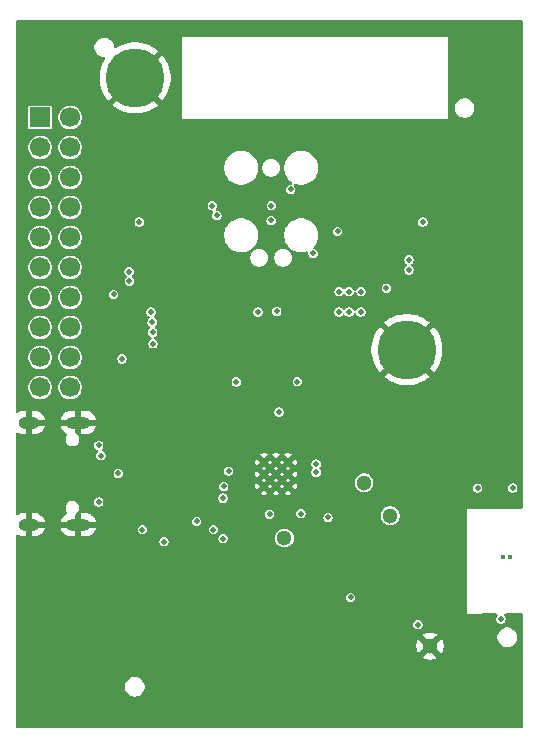
<source format=gbr>
%TF.GenerationSoftware,KiCad,Pcbnew,9.0.4-9.0.4-0~ubuntu24.04.1*%
%TF.CreationDate,2025-09-20T20:46:35+02:00*%
%TF.ProjectId,Sensor_Node_Base,53656e73-6f72-45f4-9e6f-64655f426173,rev?*%
%TF.SameCoordinates,Original*%
%TF.FileFunction,Copper,L2,Inr*%
%TF.FilePolarity,Positive*%
%FSLAX46Y46*%
G04 Gerber Fmt 4.6, Leading zero omitted, Abs format (unit mm)*
G04 Created by KiCad (PCBNEW 9.0.4-9.0.4-0~ubuntu24.04.1) date 2025-09-20 20:46:35*
%MOMM*%
%LPD*%
G01*
G04 APERTURE LIST*
%TA.AperFunction,ComponentPad*%
%ADD10R,1.700000X1.700000*%
%TD*%
%TA.AperFunction,ComponentPad*%
%ADD11C,1.700000*%
%TD*%
%TA.AperFunction,ComponentPad*%
%ADD12C,0.800000*%
%TD*%
%TA.AperFunction,ComponentPad*%
%ADD13C,5.000000*%
%TD*%
%TA.AperFunction,HeatsinkPad*%
%ADD14C,0.500000*%
%TD*%
%TA.AperFunction,ComponentPad*%
%ADD15O,2.100000X1.000000*%
%TD*%
%TA.AperFunction,ComponentPad*%
%ADD16O,1.800000X1.000000*%
%TD*%
%TA.AperFunction,ComponentPad*%
%ADD17C,1.300000*%
%TD*%
%TA.AperFunction,ComponentPad*%
%ADD18C,0.400000*%
%TD*%
%TA.AperFunction,ViaPad*%
%ADD19C,0.500000*%
%TD*%
G04 APERTURE END LIST*
D10*
%TO.N,P1.08*%
%TO.C,J201*%
X123700000Y-86610000D03*
D11*
%TO.N,P0.30*%
X126240000Y-86610000D03*
%TO.N,P0.28*%
X123700000Y-89150000D03*
%TO.N,P0.03*%
X126240000Y-89150000D03*
%TO.N,P1.14*%
X123700000Y-91690000D03*
%TO.N,P1.12*%
X126240000Y-91690000D03*
%TO.N,P1.11*%
X123700000Y-94230000D03*
%TO.N,P0.10*%
X126240000Y-94230000D03*
%TO.N,P1.10*%
X123700000Y-96770000D03*
%TO.N,P1.13*%
X126240000Y-96770000D03*
%TO.N,P1.15*%
X123700000Y-99310000D03*
%TO.N,P0.29*%
X126240000Y-99310000D03*
%TO.N,P0.31*%
X123700000Y-101850000D03*
%TO.N,unconnected-(J201-Pin_14-Pad14)*%
X126240000Y-101850000D03*
%TO.N,unconnected-(J201-Pin_15-Pad15)*%
X123700000Y-104390000D03*
%TO.N,P0.26*%
X126240000Y-104390000D03*
%TO.N,P0.11*%
X123700000Y-106930000D03*
%TO.N,P0.27*%
X126240000Y-106930000D03*
%TO.N,P0.05*%
X123700000Y-109470000D03*
%TO.N,P0.06*%
X126240000Y-109470000D03*
%TD*%
D12*
%TO.N,GND*%
%TO.C,M201*%
X129885000Y-83270000D03*
X130434175Y-81944175D03*
X130434175Y-84595825D03*
X131760000Y-81395000D03*
D13*
X131760000Y-83270000D03*
D12*
X131760000Y-85145000D03*
X133085825Y-81944175D03*
X133085825Y-84595825D03*
X133635000Y-83270000D03*
X152885000Y-106270000D03*
X153434175Y-104944175D03*
X153434175Y-107595825D03*
X154760000Y-104395000D03*
D13*
X154760000Y-106270000D03*
D12*
X154760000Y-108145000D03*
X156085825Y-104944175D03*
X156085825Y-107595825D03*
X156635000Y-106270000D03*
%TD*%
D14*
%TO.N,GND*%
%TO.C,IC302*%
X144680000Y-117810000D03*
X144680000Y-116810000D03*
X144680000Y-115810000D03*
X143680000Y-117810000D03*
X143680000Y-116810000D03*
X143680000Y-115810000D03*
X142680000Y-117810000D03*
X142680000Y-116810000D03*
X142680000Y-115810000D03*
%TD*%
D12*
%TO.N,GND*%
%TO.C,MH103*%
X159155000Y-81855825D03*
X159704175Y-80530000D03*
X159704175Y-83181650D03*
X161030000Y-79980825D03*
D13*
X161030000Y-81855825D03*
D12*
X161030000Y-83730825D03*
X162355825Y-80530000D03*
X162355825Y-83181650D03*
X162905000Y-81855825D03*
%TD*%
%TO.N,GND*%
%TO.C,MH101*%
X123245000Y-81865825D03*
X123794175Y-80540000D03*
X123794175Y-83191650D03*
X125120000Y-79990825D03*
D13*
X125120000Y-81865825D03*
D12*
X125120000Y-83740825D03*
X126445825Y-80540000D03*
X126445825Y-83191650D03*
X126995000Y-81865825D03*
%TD*%
D15*
%TO.N,GND*%
%TO.C,CON101*%
X126950000Y-112460000D03*
D16*
X122750000Y-112460000D03*
D15*
X126950000Y-121100000D03*
D16*
X122750000Y-121100000D03*
%TD*%
D17*
%TO.N,/MCU/+1.8V_LS1*%
%TO.C,TP309*%
X144390000Y-122230000D03*
%TD*%
%TO.N,/MCU/+1.8V_VDD_nRF*%
%TO.C,TP308*%
X151130000Y-117560000D03*
%TD*%
D12*
%TO.N,GND*%
%TO.C,MH102*%
X159245000Y-134855825D03*
X159794175Y-133530000D03*
X159794175Y-136181650D03*
X161120000Y-132980825D03*
D13*
X161120000Y-134855825D03*
D12*
X161120000Y-136730825D03*
X162445825Y-133530000D03*
X162445825Y-136181650D03*
X162995000Y-134855825D03*
%TD*%
D18*
%TO.N,unconnected-(IC202-THPAD-Pad5)_1*%
%TO.C,IC202*%
X163500000Y-123850000D03*
X162900000Y-123850000D03*
%TD*%
D17*
%TO.N,GND*%
%TO.C,TP303*%
X156710000Y-131380000D03*
%TD*%
%TO.N,/MCU/+5V_VBUS*%
%TO.C,TP307*%
X153350000Y-120350000D03*
%TD*%
D12*
%TO.N,GND*%
%TO.C,MH104*%
X123245000Y-134855825D03*
X123794175Y-133530000D03*
X123794175Y-136181650D03*
X125120000Y-132980825D03*
D13*
X125120000Y-134855825D03*
D12*
X125120000Y-136730825D03*
X126445825Y-133530000D03*
X126445825Y-136181650D03*
X126995000Y-134855825D03*
%TD*%
D19*
%TO.N,/MCU/+1.8V_LS1*%
X160750000Y-118000000D03*
X162720000Y-129070000D03*
X163720000Y-118000000D03*
%TO.N,GND*%
X136480000Y-116560000D03*
X153920000Y-94970000D03*
X130330000Y-124120000D03*
X141610000Y-93410000D03*
X138320000Y-130400000D03*
X150480000Y-119460000D03*
X138320000Y-131460000D03*
X132500000Y-101620000D03*
X132700000Y-116750000D03*
X163680000Y-129060000D03*
X137090000Y-132560000D03*
X129920000Y-94910000D03*
X135430000Y-122530000D03*
X130840000Y-133040000D03*
X137090000Y-130400000D03*
X138420000Y-114280000D03*
X148730500Y-129985000D03*
X144890000Y-113190000D03*
X136750000Y-118860000D03*
X138320000Y-132560000D03*
X157000000Y-101610000D03*
X150480000Y-115660000D03*
X138850000Y-110450000D03*
X140680000Y-111570000D03*
%TO.N,/POWER/+5V_VBUSIN*%
X128670000Y-119180000D03*
X130320000Y-116760000D03*
X139250000Y-117860000D03*
X128670000Y-114380000D03*
%TO.N,/MCU/+1.8V_VDD_nRF*%
X144920000Y-92720000D03*
X148080000Y-120490000D03*
X132100000Y-95480000D03*
X145480000Y-108980000D03*
X143930000Y-111560000D03*
X143130000Y-120210000D03*
X129920000Y-101610000D03*
X149990000Y-127260000D03*
X155680000Y-129560000D03*
X156110000Y-95470000D03*
X140310000Y-109000000D03*
X153020000Y-101070000D03*
%TO.N,/POWER/VSYS*%
X145780000Y-120160000D03*
X147080000Y-116660000D03*
X139660000Y-116560000D03*
X147080000Y-115960000D03*
%TO.N,/POWER/CC2*%
X132370000Y-121520000D03*
X138380000Y-121520000D03*
%TO.N,/POWER/CC1*%
X128850000Y-115250000D03*
X136960000Y-120830000D03*
%TO.N,NRF_SWCLK*%
X148890000Y-96270000D03*
%TO.N,NRF_SWDIO*%
X146820000Y-98136450D03*
%TO.N,NRF_UART_TX*%
X131270000Y-100480000D03*
X138670000Y-94920000D03*
X143270000Y-95340000D03*
%TO.N,NRF_UART_RX*%
X143280000Y-94080000D03*
X138280000Y-94080000D03*
X131250000Y-99670000D03*
%TO.N,/MCU/LS1_CTRL*%
X149020000Y-103090000D03*
X149020000Y-101360000D03*
%TO.N,/MCU/NRF_PMIC_SDA*%
X143740000Y-103040000D03*
X154930000Y-99520000D03*
%TO.N,/MCU/NRF_PMIC_SCL*%
X142160000Y-103090000D03*
X154930000Y-98670000D03*
%TO.N,/MCU/NRF_PMIC_INT*%
X149870000Y-101360000D03*
X149870000Y-103090000D03*
%TO.N,P0.27*%
X133190000Y-103970000D03*
%TO.N,P0.06*%
X133260000Y-105780000D03*
%TO.N,P0.11*%
X133100000Y-103090000D03*
%TO.N,P0.05*%
X133240000Y-104820000D03*
%TO.N,/MCU/+5V_VBUS*%
X139190000Y-118860000D03*
X139190000Y-122270000D03*
%TO.N,/MCU/NRF_PMIC_RST*%
X150860000Y-103090000D03*
X150870000Y-101370000D03*
%TO.N,P0.04*%
X130640000Y-107060000D03*
X134190000Y-122530000D03*
%TD*%
%TA.AperFunction,Conductor*%
%TO.N,GND*%
G36*
X164537539Y-78411010D02*
G01*
X164583294Y-78463814D01*
X164594500Y-78515325D01*
X164594500Y-119616000D01*
X164574815Y-119683039D01*
X164522011Y-119728794D01*
X164470500Y-119740000D01*
X159870000Y-119740000D01*
X159880000Y-128630000D01*
X162308900Y-128614561D01*
X162376061Y-128633819D01*
X162422151Y-128686331D01*
X162432534Y-128755425D01*
X162403913Y-128819163D01*
X162400305Y-128823062D01*
X162399522Y-128824083D01*
X162346794Y-128915410D01*
X162346793Y-128915413D01*
X162319500Y-129017273D01*
X162319500Y-129122727D01*
X162336667Y-129186793D01*
X162346793Y-129224586D01*
X162346794Y-129224589D01*
X162355415Y-129239521D01*
X162399520Y-129315913D01*
X162474087Y-129390480D01*
X162565413Y-129443207D01*
X162667273Y-129470500D01*
X162667275Y-129470500D01*
X162772725Y-129470500D01*
X162772727Y-129470500D01*
X162874587Y-129443207D01*
X162965913Y-129390480D01*
X163040480Y-129315913D01*
X163093207Y-129224587D01*
X163120500Y-129122727D01*
X163120500Y-129017273D01*
X163093207Y-128915413D01*
X163040480Y-128824087D01*
X163037449Y-128821056D01*
X163035708Y-128817867D01*
X163035531Y-128817637D01*
X163035566Y-128817609D01*
X163003964Y-128759733D01*
X163008948Y-128690041D01*
X163050820Y-128634108D01*
X163116284Y-128609691D01*
X163124325Y-128609378D01*
X164469712Y-128600827D01*
X164536875Y-128620085D01*
X164582965Y-128672597D01*
X164594500Y-128724824D01*
X164594500Y-138206325D01*
X164574815Y-138273364D01*
X164522011Y-138319119D01*
X164470500Y-138330325D01*
X121769500Y-138330325D01*
X121702461Y-138310640D01*
X121656706Y-138257836D01*
X121645500Y-138206325D01*
X121645500Y-134748592D01*
X130893500Y-134748592D01*
X130893500Y-134911407D01*
X130925259Y-135071073D01*
X130925262Y-135071082D01*
X130987562Y-135221490D01*
X130987563Y-135221492D01*
X131078015Y-135356862D01*
X131078018Y-135356866D01*
X131193133Y-135471981D01*
X131193137Y-135471984D01*
X131328505Y-135562435D01*
X131328506Y-135562435D01*
X131328507Y-135562436D01*
X131328509Y-135562437D01*
X131428781Y-135603970D01*
X131478919Y-135624738D01*
X131478921Y-135624738D01*
X131478926Y-135624740D01*
X131638592Y-135656499D01*
X131638595Y-135656500D01*
X131638597Y-135656500D01*
X131801405Y-135656500D01*
X131801406Y-135656499D01*
X131854629Y-135645912D01*
X131961073Y-135624740D01*
X131961076Y-135624738D01*
X131961081Y-135624738D01*
X132111495Y-135562435D01*
X132246863Y-135471984D01*
X132361984Y-135356863D01*
X132452435Y-135221495D01*
X132514738Y-135071081D01*
X132546500Y-134911403D01*
X132546500Y-134748597D01*
X132546500Y-134748594D01*
X132546499Y-134748592D01*
X132514740Y-134588926D01*
X132514737Y-134588917D01*
X132452437Y-134438509D01*
X132452436Y-134438507D01*
X132361984Y-134303137D01*
X132361981Y-134303133D01*
X132246866Y-134188018D01*
X132246862Y-134188015D01*
X132111492Y-134097563D01*
X132111490Y-134097562D01*
X131961082Y-134035262D01*
X131961073Y-134035259D01*
X131801406Y-134003500D01*
X131801403Y-134003500D01*
X131638597Y-134003500D01*
X131638594Y-134003500D01*
X131478926Y-134035259D01*
X131478917Y-134035262D01*
X131328509Y-134097562D01*
X131328507Y-134097563D01*
X131193137Y-134188015D01*
X131193133Y-134188018D01*
X131078018Y-134303133D01*
X131078015Y-134303137D01*
X130987563Y-134438507D01*
X130987562Y-134438509D01*
X130925262Y-134588917D01*
X130925259Y-134588926D01*
X130893500Y-134748592D01*
X121645500Y-134748592D01*
X121645500Y-131289493D01*
X155560000Y-131289493D01*
X155560000Y-131470506D01*
X155588317Y-131649293D01*
X155644251Y-131821444D01*
X155644252Y-131821447D01*
X155726431Y-131982730D01*
X155737913Y-131998532D01*
X155737913Y-131998533D01*
X156310000Y-131426446D01*
X156310000Y-131432661D01*
X156337259Y-131534394D01*
X156389920Y-131625606D01*
X156464394Y-131700080D01*
X156555606Y-131752741D01*
X156657339Y-131780000D01*
X156663553Y-131780000D01*
X156091466Y-132352085D01*
X156091466Y-132352086D01*
X156107267Y-132363566D01*
X156107275Y-132363571D01*
X156268552Y-132445747D01*
X156268555Y-132445748D01*
X156440706Y-132501682D01*
X156619494Y-132530000D01*
X156800506Y-132530000D01*
X156979293Y-132501682D01*
X157151444Y-132445748D01*
X157151452Y-132445745D01*
X157312730Y-132363568D01*
X157328532Y-132352085D01*
X157328533Y-132352085D01*
X156756448Y-131780000D01*
X156762661Y-131780000D01*
X156864394Y-131752741D01*
X156955606Y-131700080D01*
X157030080Y-131625606D01*
X157082741Y-131534394D01*
X157110000Y-131432661D01*
X157110000Y-131426448D01*
X157682085Y-131998533D01*
X157682085Y-131998532D01*
X157693568Y-131982730D01*
X157775745Y-131821452D01*
X157775748Y-131821444D01*
X157831682Y-131649293D01*
X157860000Y-131470506D01*
X157860000Y-131289493D01*
X157831682Y-131110706D01*
X157775748Y-130938555D01*
X157775747Y-130938552D01*
X157693571Y-130777275D01*
X157693566Y-130777267D01*
X157682085Y-130761466D01*
X157110000Y-131333551D01*
X157110000Y-131327339D01*
X157082741Y-131225606D01*
X157030080Y-131134394D01*
X156955606Y-131059920D01*
X156864394Y-131007259D01*
X156762661Y-130980000D01*
X156756447Y-130980000D01*
X157187855Y-130548592D01*
X162423500Y-130548592D01*
X162423500Y-130711407D01*
X162455259Y-130871073D01*
X162455262Y-130871082D01*
X162517562Y-131021490D01*
X162517563Y-131021492D01*
X162608015Y-131156862D01*
X162608018Y-131156866D01*
X162723133Y-131271981D01*
X162723137Y-131271984D01*
X162858505Y-131362435D01*
X162858506Y-131362435D01*
X162858507Y-131362436D01*
X162858509Y-131362437D01*
X162900913Y-131380001D01*
X163008919Y-131424738D01*
X163008921Y-131424738D01*
X163008926Y-131424740D01*
X163168592Y-131456499D01*
X163168595Y-131456500D01*
X163168597Y-131456500D01*
X163331405Y-131456500D01*
X163331406Y-131456499D01*
X163384629Y-131445912D01*
X163491073Y-131424740D01*
X163491076Y-131424738D01*
X163491081Y-131424738D01*
X163641495Y-131362435D01*
X163776863Y-131271984D01*
X163891984Y-131156863D01*
X163982435Y-131021495D01*
X164044738Y-130871081D01*
X164076500Y-130711403D01*
X164076500Y-130548597D01*
X164076500Y-130548594D01*
X164076499Y-130548592D01*
X164044740Y-130388926D01*
X164044737Y-130388917D01*
X163982437Y-130238509D01*
X163982436Y-130238507D01*
X163891984Y-130103137D01*
X163891981Y-130103133D01*
X163776866Y-129988018D01*
X163776862Y-129988015D01*
X163641492Y-129897563D01*
X163641490Y-129897562D01*
X163491082Y-129835262D01*
X163491073Y-129835259D01*
X163331406Y-129803500D01*
X163331403Y-129803500D01*
X163168597Y-129803500D01*
X163168594Y-129803500D01*
X163008926Y-129835259D01*
X163008917Y-129835262D01*
X162858509Y-129897562D01*
X162858507Y-129897563D01*
X162723137Y-129988015D01*
X162723133Y-129988018D01*
X162608018Y-130103133D01*
X162608015Y-130103137D01*
X162517563Y-130238507D01*
X162517562Y-130238509D01*
X162455262Y-130388917D01*
X162455259Y-130388926D01*
X162423500Y-130548592D01*
X157187855Y-130548592D01*
X157281623Y-130454824D01*
X157328533Y-130407913D01*
X157312730Y-130396431D01*
X157151447Y-130314252D01*
X157151444Y-130314251D01*
X156979293Y-130258317D01*
X156800506Y-130230000D01*
X156619494Y-130230000D01*
X156440706Y-130258317D01*
X156268555Y-130314251D01*
X156268547Y-130314254D01*
X156107269Y-130396432D01*
X156091466Y-130407912D01*
X156091466Y-130407913D01*
X156663554Y-130980000D01*
X156657339Y-130980000D01*
X156555606Y-131007259D01*
X156464394Y-131059920D01*
X156389920Y-131134394D01*
X156337259Y-131225606D01*
X156310000Y-131327339D01*
X156310000Y-131333553D01*
X155737913Y-130761466D01*
X155737912Y-130761466D01*
X155726432Y-130777269D01*
X155644254Y-130938547D01*
X155644251Y-130938555D01*
X155588317Y-131110706D01*
X155560000Y-131289493D01*
X121645500Y-131289493D01*
X121645500Y-129507273D01*
X155279500Y-129507273D01*
X155279500Y-129612727D01*
X155306793Y-129714587D01*
X155359520Y-129805913D01*
X155434087Y-129880480D01*
X155525413Y-129933207D01*
X155627273Y-129960500D01*
X155627275Y-129960500D01*
X155732725Y-129960500D01*
X155732727Y-129960500D01*
X155834587Y-129933207D01*
X155925913Y-129880480D01*
X156000480Y-129805913D01*
X156053207Y-129714587D01*
X156080500Y-129612727D01*
X156080500Y-129507273D01*
X156053207Y-129405413D01*
X156000480Y-129314087D01*
X155925913Y-129239520D01*
X155834587Y-129186793D01*
X155732727Y-129159500D01*
X155627273Y-129159500D01*
X155525413Y-129186793D01*
X155525410Y-129186794D01*
X155434085Y-129239521D01*
X155359521Y-129314085D01*
X155306794Y-129405410D01*
X155306793Y-129405413D01*
X155279500Y-129507273D01*
X121645500Y-129507273D01*
X121645500Y-127207273D01*
X149589500Y-127207273D01*
X149589500Y-127312727D01*
X149616793Y-127414587D01*
X149669520Y-127505913D01*
X149744087Y-127580480D01*
X149835413Y-127633207D01*
X149937273Y-127660500D01*
X149937275Y-127660500D01*
X150042725Y-127660500D01*
X150042727Y-127660500D01*
X150144587Y-127633207D01*
X150235913Y-127580480D01*
X150310480Y-127505913D01*
X150363207Y-127414587D01*
X150390500Y-127312727D01*
X150390500Y-127207273D01*
X150363207Y-127105413D01*
X150310480Y-127014087D01*
X150235913Y-126939520D01*
X150144587Y-126886793D01*
X150042727Y-126859500D01*
X149937273Y-126859500D01*
X149835413Y-126886793D01*
X149835410Y-126886794D01*
X149744085Y-126939521D01*
X149669521Y-127014085D01*
X149616794Y-127105410D01*
X149616793Y-127105413D01*
X149589500Y-127207273D01*
X121645500Y-127207273D01*
X121645500Y-122477273D01*
X133789500Y-122477273D01*
X133789500Y-122582727D01*
X133816793Y-122684587D01*
X133869520Y-122775913D01*
X133944087Y-122850480D01*
X134035413Y-122903207D01*
X134137273Y-122930500D01*
X134137275Y-122930500D01*
X134242725Y-122930500D01*
X134242727Y-122930500D01*
X134344587Y-122903207D01*
X134435913Y-122850480D01*
X134510480Y-122775913D01*
X134563207Y-122684587D01*
X134590500Y-122582727D01*
X134590500Y-122477273D01*
X134563207Y-122375413D01*
X134510480Y-122284087D01*
X134443666Y-122217273D01*
X138789500Y-122217273D01*
X138789500Y-122322727D01*
X138816793Y-122424587D01*
X138869520Y-122515913D01*
X138944087Y-122590480D01*
X139035413Y-122643207D01*
X139137273Y-122670500D01*
X139137275Y-122670500D01*
X139242725Y-122670500D01*
X139242727Y-122670500D01*
X139344587Y-122643207D01*
X139435913Y-122590480D01*
X139510480Y-122515913D01*
X139563207Y-122424587D01*
X139590500Y-122322727D01*
X139590500Y-122217273D01*
X139572783Y-122151153D01*
X143589500Y-122151153D01*
X143589500Y-122308846D01*
X143620261Y-122463489D01*
X143620264Y-122463501D01*
X143680602Y-122609172D01*
X143680609Y-122609185D01*
X143768210Y-122740288D01*
X143768213Y-122740292D01*
X143879707Y-122851786D01*
X143879711Y-122851789D01*
X144010814Y-122939390D01*
X144010827Y-122939397D01*
X144156498Y-122999735D01*
X144156503Y-122999737D01*
X144311153Y-123030499D01*
X144311156Y-123030500D01*
X144311158Y-123030500D01*
X144468844Y-123030500D01*
X144468845Y-123030499D01*
X144623497Y-122999737D01*
X144769179Y-122939394D01*
X144900289Y-122851789D01*
X145011789Y-122740289D01*
X145099394Y-122609179D01*
X145159737Y-122463497D01*
X145190500Y-122308842D01*
X145190500Y-122151158D01*
X145190500Y-122151155D01*
X145190499Y-122151153D01*
X145172680Y-122061572D01*
X145159737Y-121996503D01*
X145128256Y-121920500D01*
X145099397Y-121850827D01*
X145099390Y-121850814D01*
X145011789Y-121719711D01*
X145011786Y-121719707D01*
X144900292Y-121608213D01*
X144900288Y-121608210D01*
X144769185Y-121520609D01*
X144769172Y-121520602D01*
X144623501Y-121460264D01*
X144623489Y-121460261D01*
X144468845Y-121429500D01*
X144468842Y-121429500D01*
X144311158Y-121429500D01*
X144311155Y-121429500D01*
X144156510Y-121460261D01*
X144156498Y-121460264D01*
X144010827Y-121520602D01*
X144010814Y-121520609D01*
X143879711Y-121608210D01*
X143879707Y-121608213D01*
X143768213Y-121719707D01*
X143768210Y-121719711D01*
X143680609Y-121850814D01*
X143680602Y-121850827D01*
X143620264Y-121996498D01*
X143620261Y-121996510D01*
X143589500Y-122151153D01*
X139572783Y-122151153D01*
X139563207Y-122115413D01*
X139510480Y-122024087D01*
X139435913Y-121949520D01*
X139344587Y-121896793D01*
X139242727Y-121869500D01*
X139137273Y-121869500D01*
X139035413Y-121896793D01*
X139035410Y-121896794D01*
X138944085Y-121949521D01*
X138869521Y-122024085D01*
X138816794Y-122115410D01*
X138816793Y-122115413D01*
X138789500Y-122217273D01*
X134443666Y-122217273D01*
X134435913Y-122209520D01*
X134344587Y-122156793D01*
X134242727Y-122129500D01*
X134137273Y-122129500D01*
X134035413Y-122156793D01*
X134035410Y-122156794D01*
X133944085Y-122209521D01*
X133869521Y-122284085D01*
X133816794Y-122375410D01*
X133816793Y-122375413D01*
X133789500Y-122477273D01*
X121645500Y-122477273D01*
X121645500Y-122063946D01*
X121665185Y-121996907D01*
X121717989Y-121951152D01*
X121787147Y-121941208D01*
X121838392Y-121960845D01*
X121876314Y-121986184D01*
X121876328Y-121986192D01*
X122058306Y-122061569D01*
X122058318Y-122061572D01*
X122251504Y-122099999D01*
X122251508Y-122100000D01*
X122500000Y-122100000D01*
X122500000Y-121400000D01*
X123000000Y-121400000D01*
X123000000Y-122100000D01*
X123248492Y-122100000D01*
X123248495Y-122099999D01*
X123441681Y-122061572D01*
X123441693Y-122061569D01*
X123623671Y-121986192D01*
X123623684Y-121986185D01*
X123787462Y-121876751D01*
X123787466Y-121876748D01*
X123926748Y-121737466D01*
X123926751Y-121737462D01*
X124036185Y-121573684D01*
X124036192Y-121573671D01*
X124111569Y-121391692D01*
X124111569Y-121391690D01*
X124119862Y-121350000D01*
X123316988Y-121350000D01*
X123334205Y-121340060D01*
X123390060Y-121284205D01*
X123429556Y-121215796D01*
X123450000Y-121139496D01*
X123450000Y-121060504D01*
X123429556Y-120984204D01*
X123390060Y-120915795D01*
X123334205Y-120859940D01*
X123316988Y-120850000D01*
X124119862Y-120850000D01*
X125430138Y-120850000D01*
X126233012Y-120850000D01*
X126215795Y-120859940D01*
X126159940Y-120915795D01*
X126120444Y-120984204D01*
X126100000Y-121060504D01*
X126100000Y-121139496D01*
X126120444Y-121215796D01*
X126159940Y-121284205D01*
X126215795Y-121340060D01*
X126233012Y-121350000D01*
X125430138Y-121350000D01*
X125438430Y-121391690D01*
X125438430Y-121391692D01*
X125513807Y-121573671D01*
X125513814Y-121573684D01*
X125623248Y-121737462D01*
X125623251Y-121737466D01*
X125762533Y-121876748D01*
X125762537Y-121876751D01*
X125926315Y-121986185D01*
X125926328Y-121986192D01*
X126108306Y-122061569D01*
X126108318Y-122061572D01*
X126301504Y-122099999D01*
X126301508Y-122100000D01*
X126700000Y-122100000D01*
X126700000Y-121400000D01*
X127200000Y-121400000D01*
X127200000Y-122100000D01*
X127598492Y-122100000D01*
X127598495Y-122099999D01*
X127791681Y-122061572D01*
X127791693Y-122061569D01*
X127973671Y-121986192D01*
X127973684Y-121986185D01*
X128137462Y-121876751D01*
X128137466Y-121876748D01*
X128276748Y-121737466D01*
X128276751Y-121737462D01*
X128386185Y-121573684D01*
X128386192Y-121573671D01*
X128430263Y-121467273D01*
X131969500Y-121467273D01*
X131969500Y-121572727D01*
X131996793Y-121674587D01*
X132049520Y-121765913D01*
X132124087Y-121840480D01*
X132215413Y-121893207D01*
X132317273Y-121920500D01*
X132317275Y-121920500D01*
X132422725Y-121920500D01*
X132422727Y-121920500D01*
X132524587Y-121893207D01*
X132615913Y-121840480D01*
X132690480Y-121765913D01*
X132743207Y-121674587D01*
X132770500Y-121572727D01*
X132770500Y-121467273D01*
X137979500Y-121467273D01*
X137979500Y-121572727D01*
X138006793Y-121674587D01*
X138059520Y-121765913D01*
X138134087Y-121840480D01*
X138225413Y-121893207D01*
X138327273Y-121920500D01*
X138327275Y-121920500D01*
X138432725Y-121920500D01*
X138432727Y-121920500D01*
X138534587Y-121893207D01*
X138625913Y-121840480D01*
X138700480Y-121765913D01*
X138753207Y-121674587D01*
X138780500Y-121572727D01*
X138780500Y-121467273D01*
X138753207Y-121365413D01*
X138700480Y-121274087D01*
X138625913Y-121199520D01*
X138534587Y-121146793D01*
X138432727Y-121119500D01*
X138327273Y-121119500D01*
X138225413Y-121146793D01*
X138225410Y-121146794D01*
X138134085Y-121199521D01*
X138059521Y-121274085D01*
X138006794Y-121365410D01*
X138006793Y-121365413D01*
X137979500Y-121467273D01*
X132770500Y-121467273D01*
X132743207Y-121365413D01*
X132690480Y-121274087D01*
X132615913Y-121199520D01*
X132524587Y-121146793D01*
X132422727Y-121119500D01*
X132317273Y-121119500D01*
X132215413Y-121146793D01*
X132215410Y-121146794D01*
X132124085Y-121199521D01*
X132049521Y-121274085D01*
X131996794Y-121365410D01*
X131996793Y-121365413D01*
X131969500Y-121467273D01*
X128430263Y-121467273D01*
X128453282Y-121411699D01*
X128453284Y-121411695D01*
X128461570Y-121391689D01*
X128469862Y-121350000D01*
X127666988Y-121350000D01*
X127684205Y-121340060D01*
X127740060Y-121284205D01*
X127779556Y-121215796D01*
X127800000Y-121139496D01*
X127800000Y-121060504D01*
X127779556Y-120984204D01*
X127740060Y-120915795D01*
X127684205Y-120859940D01*
X127666988Y-120850000D01*
X128469862Y-120850000D01*
X128461569Y-120808308D01*
X128448714Y-120777273D01*
X136559500Y-120777273D01*
X136559500Y-120882727D01*
X136586793Y-120984587D01*
X136639520Y-121075913D01*
X136714087Y-121150480D01*
X136805413Y-121203207D01*
X136907273Y-121230500D01*
X136907275Y-121230500D01*
X137012725Y-121230500D01*
X137012727Y-121230500D01*
X137114587Y-121203207D01*
X137205913Y-121150480D01*
X137280480Y-121075913D01*
X137333207Y-120984587D01*
X137360500Y-120882727D01*
X137360500Y-120777273D01*
X137333207Y-120675413D01*
X137280480Y-120584087D01*
X137205913Y-120509520D01*
X137114587Y-120456793D01*
X137012727Y-120429500D01*
X136907273Y-120429500D01*
X136805413Y-120456793D01*
X136805410Y-120456794D01*
X136714085Y-120509521D01*
X136639521Y-120584085D01*
X136586794Y-120675410D01*
X136586793Y-120675413D01*
X136559500Y-120777273D01*
X128448714Y-120777273D01*
X128386192Y-120626328D01*
X128386185Y-120626315D01*
X128276751Y-120462537D01*
X128276748Y-120462533D01*
X128137466Y-120323251D01*
X128137462Y-120323248D01*
X128031204Y-120252248D01*
X127973684Y-120213814D01*
X127973671Y-120213807D01*
X127837184Y-120157273D01*
X142729500Y-120157273D01*
X142729500Y-120262727D01*
X142756793Y-120364587D01*
X142809520Y-120455913D01*
X142884087Y-120530480D01*
X142975413Y-120583207D01*
X143077273Y-120610500D01*
X143077275Y-120610500D01*
X143182725Y-120610500D01*
X143182727Y-120610500D01*
X143284587Y-120583207D01*
X143375913Y-120530480D01*
X143450480Y-120455913D01*
X143503207Y-120364587D01*
X143530500Y-120262727D01*
X143530500Y-120157273D01*
X143517103Y-120107273D01*
X145379500Y-120107273D01*
X145379500Y-120212727D01*
X145406793Y-120314587D01*
X145459520Y-120405913D01*
X145534087Y-120480480D01*
X145625413Y-120533207D01*
X145727273Y-120560500D01*
X145727275Y-120560500D01*
X145832725Y-120560500D01*
X145832727Y-120560500D01*
X145934587Y-120533207D01*
X146025913Y-120480480D01*
X146069120Y-120437273D01*
X147679500Y-120437273D01*
X147679500Y-120542727D01*
X147706793Y-120644587D01*
X147759520Y-120735913D01*
X147834087Y-120810480D01*
X147925413Y-120863207D01*
X148027273Y-120890500D01*
X148027275Y-120890500D01*
X148132725Y-120890500D01*
X148132727Y-120890500D01*
X148234587Y-120863207D01*
X148325913Y-120810480D01*
X148400480Y-120735913D01*
X148453207Y-120644587D01*
X148480500Y-120542727D01*
X148480500Y-120437273D01*
X148453207Y-120335413D01*
X148416107Y-120271153D01*
X152549500Y-120271153D01*
X152549500Y-120428846D01*
X152580261Y-120583489D01*
X152580264Y-120583501D01*
X152640602Y-120729172D01*
X152640609Y-120729185D01*
X152728210Y-120860288D01*
X152728213Y-120860292D01*
X152839707Y-120971786D01*
X152839711Y-120971789D01*
X152970814Y-121059390D01*
X152970827Y-121059397D01*
X153115931Y-121119500D01*
X153116503Y-121119737D01*
X153215838Y-121139496D01*
X153271153Y-121150499D01*
X153271156Y-121150500D01*
X153271158Y-121150500D01*
X153428844Y-121150500D01*
X153428845Y-121150499D01*
X153583497Y-121119737D01*
X153729179Y-121059394D01*
X153860289Y-120971789D01*
X153971789Y-120860289D01*
X154059394Y-120729179D01*
X154119737Y-120583497D01*
X154150500Y-120428842D01*
X154150500Y-120271158D01*
X154150500Y-120271155D01*
X154150499Y-120271153D01*
X154148287Y-120260033D01*
X154119737Y-120116503D01*
X154094432Y-120055410D01*
X154059397Y-119970827D01*
X154059390Y-119970814D01*
X153971789Y-119839711D01*
X153971786Y-119839707D01*
X153860292Y-119728213D01*
X153860288Y-119728210D01*
X153729185Y-119640609D01*
X153729172Y-119640602D01*
X153583501Y-119580264D01*
X153583489Y-119580261D01*
X153428845Y-119549500D01*
X153428842Y-119549500D01*
X153271158Y-119549500D01*
X153271155Y-119549500D01*
X153116510Y-119580261D01*
X153116498Y-119580264D01*
X152970827Y-119640602D01*
X152970814Y-119640609D01*
X152839711Y-119728210D01*
X152839707Y-119728213D01*
X152728213Y-119839707D01*
X152728210Y-119839711D01*
X152640609Y-119970814D01*
X152640602Y-119970827D01*
X152580264Y-120116498D01*
X152580261Y-120116510D01*
X152549500Y-120271153D01*
X148416107Y-120271153D01*
X148400480Y-120244087D01*
X148325913Y-120169520D01*
X148234587Y-120116793D01*
X148132727Y-120089500D01*
X148027273Y-120089500D01*
X147925413Y-120116793D01*
X147925410Y-120116794D01*
X147834085Y-120169521D01*
X147759521Y-120244085D01*
X147706794Y-120335410D01*
X147706793Y-120335413D01*
X147679500Y-120437273D01*
X146069120Y-120437273D01*
X146100480Y-120405913D01*
X146153207Y-120314587D01*
X146180500Y-120212727D01*
X146180500Y-120107273D01*
X146153207Y-120005413D01*
X146100480Y-119914087D01*
X146025913Y-119839520D01*
X145934587Y-119786793D01*
X145832727Y-119759500D01*
X145727273Y-119759500D01*
X145625413Y-119786793D01*
X145625410Y-119786794D01*
X145534085Y-119839521D01*
X145459521Y-119914085D01*
X145406794Y-120005410D01*
X145406793Y-120005413D01*
X145379500Y-120107273D01*
X143517103Y-120107273D01*
X143503207Y-120055413D01*
X143450480Y-119964087D01*
X143375913Y-119889520D01*
X143289312Y-119839521D01*
X143284589Y-119836794D01*
X143284588Y-119836793D01*
X143284587Y-119836793D01*
X143182727Y-119809500D01*
X143077273Y-119809500D01*
X142975413Y-119836793D01*
X142975410Y-119836794D01*
X142884085Y-119889521D01*
X142809521Y-119964085D01*
X142756794Y-120055410D01*
X142756793Y-120055413D01*
X142729500Y-120157273D01*
X127837184Y-120157273D01*
X127791693Y-120138430D01*
X127791681Y-120138427D01*
X127598495Y-120100000D01*
X127200000Y-120100000D01*
X127200000Y-120800000D01*
X126700000Y-120800000D01*
X126700000Y-120250237D01*
X126719685Y-120183198D01*
X126762000Y-120142850D01*
X126783365Y-120130515D01*
X126890515Y-120023365D01*
X126900880Y-120005413D01*
X126911721Y-119986637D01*
X126966279Y-119892138D01*
X126966281Y-119892135D01*
X127005500Y-119745766D01*
X127005500Y-119594234D01*
X126966281Y-119447865D01*
X126890515Y-119316635D01*
X126783365Y-119209485D01*
X126717750Y-119171602D01*
X126652136Y-119133719D01*
X126628079Y-119127273D01*
X128269500Y-119127273D01*
X128269500Y-119232727D01*
X128296793Y-119334587D01*
X128349520Y-119425913D01*
X128424087Y-119500480D01*
X128515413Y-119553207D01*
X128617273Y-119580500D01*
X128617275Y-119580500D01*
X128722725Y-119580500D01*
X128722727Y-119580500D01*
X128824587Y-119553207D01*
X128915913Y-119500480D01*
X128990480Y-119425913D01*
X129043207Y-119334587D01*
X129070500Y-119232727D01*
X129070500Y-119127273D01*
X129043207Y-119025413D01*
X128990480Y-118934087D01*
X128915913Y-118859520D01*
X128825422Y-118807275D01*
X128825419Y-118807273D01*
X138789500Y-118807273D01*
X138789500Y-118912727D01*
X138816793Y-119014587D01*
X138869520Y-119105913D01*
X138944087Y-119180480D01*
X139035413Y-119233207D01*
X139137273Y-119260500D01*
X139137275Y-119260500D01*
X139242725Y-119260500D01*
X139242727Y-119260500D01*
X139344587Y-119233207D01*
X139435913Y-119180480D01*
X139510480Y-119105913D01*
X139563207Y-119014587D01*
X139590500Y-118912727D01*
X139590500Y-118807273D01*
X139563207Y-118705413D01*
X139510480Y-118614087D01*
X139435913Y-118539520D01*
X139345945Y-118487577D01*
X142355975Y-118487577D01*
X142461236Y-118531178D01*
X142461240Y-118531179D01*
X142606126Y-118559999D01*
X142606129Y-118560000D01*
X142753871Y-118560000D01*
X142753873Y-118559999D01*
X142898760Y-118531179D01*
X142898775Y-118531175D01*
X143004024Y-118487578D01*
X143004024Y-118487577D01*
X143355975Y-118487577D01*
X143461236Y-118531178D01*
X143461240Y-118531179D01*
X143606126Y-118559999D01*
X143606129Y-118560000D01*
X143753871Y-118560000D01*
X143753873Y-118559999D01*
X143898760Y-118531179D01*
X143898775Y-118531175D01*
X144004024Y-118487578D01*
X144004024Y-118487577D01*
X144355975Y-118487577D01*
X144461236Y-118531178D01*
X144461240Y-118531179D01*
X144606126Y-118559999D01*
X144606129Y-118560000D01*
X144753871Y-118560000D01*
X144753873Y-118559999D01*
X144898760Y-118531179D01*
X144898775Y-118531175D01*
X145004024Y-118487578D01*
X145004024Y-118487577D01*
X144680001Y-118163554D01*
X144680000Y-118163554D01*
X144355975Y-118487577D01*
X144004024Y-118487577D01*
X143680001Y-118163554D01*
X143680000Y-118163554D01*
X143355975Y-118487577D01*
X143004024Y-118487577D01*
X142680001Y-118163554D01*
X142680000Y-118163554D01*
X142355975Y-118487577D01*
X139345945Y-118487577D01*
X139344587Y-118486793D01*
X139332943Y-118483673D01*
X139319053Y-118475751D01*
X139305458Y-118461642D01*
X139288729Y-118451445D01*
X139281713Y-118437000D01*
X139270572Y-118425439D01*
X139266762Y-118406221D01*
X139258202Y-118388597D01*
X139260108Y-118372652D01*
X139256987Y-118356902D01*
X139264172Y-118338675D01*
X139266499Y-118319222D01*
X139276722Y-118306841D01*
X139282612Y-118291901D01*
X139298513Y-118280450D01*
X139310987Y-118265345D01*
X139334235Y-118254728D01*
X139339312Y-118251073D01*
X139342624Y-118250897D01*
X139348390Y-118248264D01*
X139404587Y-118233207D01*
X139495913Y-118180480D01*
X139570480Y-118105913D01*
X139623207Y-118014587D01*
X139650500Y-117912727D01*
X139650500Y-117807273D01*
X139631436Y-117736126D01*
X141930000Y-117736126D01*
X141930000Y-117883873D01*
X141958820Y-118028759D01*
X141958822Y-118028767D01*
X142002421Y-118134024D01*
X142326446Y-117810000D01*
X142326446Y-117809999D01*
X142306556Y-117790109D01*
X142580000Y-117790109D01*
X142580000Y-117829891D01*
X142595224Y-117866645D01*
X142623355Y-117894776D01*
X142660109Y-117910000D01*
X142699891Y-117910000D01*
X142736645Y-117894776D01*
X142764776Y-117866645D01*
X142780000Y-117829891D01*
X142780000Y-117810000D01*
X143033554Y-117810000D01*
X143180000Y-117956446D01*
X143326446Y-117810000D01*
X143306555Y-117790109D01*
X143580000Y-117790109D01*
X143580000Y-117829891D01*
X143595224Y-117866645D01*
X143623355Y-117894776D01*
X143660109Y-117910000D01*
X143699891Y-117910000D01*
X143736645Y-117894776D01*
X143764776Y-117866645D01*
X143780000Y-117829891D01*
X143780000Y-117810000D01*
X144033554Y-117810000D01*
X144180000Y-117956446D01*
X144326446Y-117810000D01*
X144306555Y-117790109D01*
X144580000Y-117790109D01*
X144580000Y-117829891D01*
X144595224Y-117866645D01*
X144623355Y-117894776D01*
X144660109Y-117910000D01*
X144699891Y-117910000D01*
X144736645Y-117894776D01*
X144764776Y-117866645D01*
X144780000Y-117829891D01*
X144780000Y-117809999D01*
X145033554Y-117809999D01*
X145033554Y-117810001D01*
X145357577Y-118134024D01*
X145357578Y-118134024D01*
X145401175Y-118028775D01*
X145401179Y-118028760D01*
X145429999Y-117883873D01*
X145430000Y-117883871D01*
X145430000Y-117736128D01*
X145429999Y-117736126D01*
X145401179Y-117591240D01*
X145401177Y-117591232D01*
X145372715Y-117522519D01*
X145357577Y-117485975D01*
X145033554Y-117809999D01*
X144780000Y-117809999D01*
X144780000Y-117790109D01*
X144764776Y-117753355D01*
X144736645Y-117725224D01*
X144699891Y-117710000D01*
X144660109Y-117710000D01*
X144623355Y-117725224D01*
X144595224Y-117753355D01*
X144580000Y-117790109D01*
X144306555Y-117790109D01*
X144180000Y-117663554D01*
X144033554Y-117810000D01*
X143780000Y-117810000D01*
X143780000Y-117790109D01*
X143764776Y-117753355D01*
X143736645Y-117725224D01*
X143699891Y-117710000D01*
X143660109Y-117710000D01*
X143623355Y-117725224D01*
X143595224Y-117753355D01*
X143580000Y-117790109D01*
X143306555Y-117790109D01*
X143180000Y-117663554D01*
X143033554Y-117810000D01*
X142780000Y-117810000D01*
X142780000Y-117790109D01*
X142764776Y-117753355D01*
X142736645Y-117725224D01*
X142699891Y-117710000D01*
X142660109Y-117710000D01*
X142623355Y-117725224D01*
X142595224Y-117753355D01*
X142580000Y-117790109D01*
X142306556Y-117790109D01*
X142002421Y-117485974D01*
X142002420Y-117485974D01*
X141958823Y-117591228D01*
X141958820Y-117591240D01*
X141930000Y-117736126D01*
X139631436Y-117736126D01*
X139623207Y-117705413D01*
X139570480Y-117614087D01*
X139495913Y-117539520D01*
X139404587Y-117486793D01*
X139383538Y-117481153D01*
X150329500Y-117481153D01*
X150329500Y-117638846D01*
X150360261Y-117793489D01*
X150360264Y-117793501D01*
X150420602Y-117939172D01*
X150420609Y-117939185D01*
X150508210Y-118070288D01*
X150508213Y-118070292D01*
X150619707Y-118181786D01*
X150619711Y-118181789D01*
X150750814Y-118269390D01*
X150750827Y-118269397D01*
X150874154Y-118320480D01*
X150896503Y-118329737D01*
X151033070Y-118356902D01*
X151051153Y-118360499D01*
X151051156Y-118360500D01*
X151051158Y-118360500D01*
X151208844Y-118360500D01*
X151208845Y-118360499D01*
X151363497Y-118329737D01*
X151509179Y-118269394D01*
X151640289Y-118181789D01*
X151751789Y-118070289D01*
X151833986Y-117947273D01*
X160349500Y-117947273D01*
X160349500Y-118052727D01*
X160376793Y-118154587D01*
X160429520Y-118245913D01*
X160504087Y-118320480D01*
X160595413Y-118373207D01*
X160697273Y-118400500D01*
X160697275Y-118400500D01*
X160802725Y-118400500D01*
X160802727Y-118400500D01*
X160904587Y-118373207D01*
X160995913Y-118320480D01*
X161070480Y-118245913D01*
X161123207Y-118154587D01*
X161150500Y-118052727D01*
X161150500Y-117947273D01*
X163319500Y-117947273D01*
X163319500Y-118052727D01*
X163346793Y-118154587D01*
X163399520Y-118245913D01*
X163474087Y-118320480D01*
X163565413Y-118373207D01*
X163667273Y-118400500D01*
X163667275Y-118400500D01*
X163772725Y-118400500D01*
X163772727Y-118400500D01*
X163874587Y-118373207D01*
X163965913Y-118320480D01*
X164040480Y-118245913D01*
X164093207Y-118154587D01*
X164120500Y-118052727D01*
X164120500Y-117947273D01*
X164093207Y-117845413D01*
X164040480Y-117754087D01*
X163965913Y-117679520D01*
X163874587Y-117626793D01*
X163772727Y-117599500D01*
X163667273Y-117599500D01*
X163565413Y-117626793D01*
X163565410Y-117626794D01*
X163474085Y-117679521D01*
X163399521Y-117754085D01*
X163346794Y-117845410D01*
X163346793Y-117845413D01*
X163319500Y-117947273D01*
X161150500Y-117947273D01*
X161123207Y-117845413D01*
X161070480Y-117754087D01*
X160995913Y-117679520D01*
X160904587Y-117626793D01*
X160802727Y-117599500D01*
X160697273Y-117599500D01*
X160595413Y-117626793D01*
X160595410Y-117626794D01*
X160504085Y-117679521D01*
X160429521Y-117754085D01*
X160376794Y-117845410D01*
X160376793Y-117845413D01*
X160349500Y-117947273D01*
X151833986Y-117947273D01*
X151839394Y-117939179D01*
X151839395Y-117939176D01*
X151839397Y-117939173D01*
X151859063Y-117891694D01*
X151892901Y-117810000D01*
X151899737Y-117793497D01*
X151930500Y-117638842D01*
X151930500Y-117481158D01*
X151930500Y-117481155D01*
X151930499Y-117481153D01*
X151899738Y-117326510D01*
X151899737Y-117326503D01*
X151892901Y-117310000D01*
X151839397Y-117180827D01*
X151839390Y-117180814D01*
X151751789Y-117049711D01*
X151751786Y-117049707D01*
X151640292Y-116938213D01*
X151640288Y-116938210D01*
X151509185Y-116850609D01*
X151509172Y-116850602D01*
X151363501Y-116790264D01*
X151363489Y-116790261D01*
X151208845Y-116759500D01*
X151208842Y-116759500D01*
X151051158Y-116759500D01*
X151051155Y-116759500D01*
X150896510Y-116790261D01*
X150896498Y-116790264D01*
X150750827Y-116850602D01*
X150750814Y-116850609D01*
X150619711Y-116938210D01*
X150619707Y-116938213D01*
X150508213Y-117049707D01*
X150508210Y-117049711D01*
X150420609Y-117180814D01*
X150420602Y-117180827D01*
X150360264Y-117326498D01*
X150360261Y-117326510D01*
X150329500Y-117481153D01*
X139383538Y-117481153D01*
X139302727Y-117459500D01*
X139197273Y-117459500D01*
X139095413Y-117486793D01*
X139095410Y-117486794D01*
X139004085Y-117539521D01*
X138929521Y-117614085D01*
X138876794Y-117705410D01*
X138876793Y-117705413D01*
X138849500Y-117807273D01*
X138849500Y-117912727D01*
X138876793Y-118014587D01*
X138929520Y-118105913D01*
X139004087Y-118180480D01*
X139095413Y-118233207D01*
X139095418Y-118233208D01*
X139102920Y-118236316D01*
X139102003Y-118238527D01*
X139151256Y-118268539D01*
X139181793Y-118331382D01*
X139173508Y-118400758D01*
X139129030Y-118454642D01*
X139091607Y-118471736D01*
X139035411Y-118486793D01*
X139035410Y-118486794D01*
X138944085Y-118539521D01*
X138869521Y-118614085D01*
X138816794Y-118705410D01*
X138816793Y-118705413D01*
X138789500Y-118807273D01*
X128825419Y-118807273D01*
X128824589Y-118806794D01*
X128824588Y-118806793D01*
X128824587Y-118806793D01*
X128722727Y-118779500D01*
X128617273Y-118779500D01*
X128515413Y-118806793D01*
X128515410Y-118806794D01*
X128424085Y-118859521D01*
X128349521Y-118934085D01*
X128296794Y-119025410D01*
X128296793Y-119025413D01*
X128269500Y-119127273D01*
X126628079Y-119127273D01*
X126548360Y-119105913D01*
X126505766Y-119094500D01*
X126354234Y-119094500D01*
X126207863Y-119133719D01*
X126076635Y-119209485D01*
X126076632Y-119209487D01*
X125969487Y-119316632D01*
X125969485Y-119316635D01*
X125893719Y-119447863D01*
X125854500Y-119594234D01*
X125854500Y-119745765D01*
X125893719Y-119892136D01*
X125906392Y-119914085D01*
X125969485Y-120023365D01*
X125969486Y-120023366D01*
X125969489Y-120023371D01*
X125971592Y-120026112D01*
X125972646Y-120028839D01*
X125973549Y-120030403D01*
X125973305Y-120030543D01*
X125996784Y-120091282D01*
X125982744Y-120159726D01*
X125933928Y-120209714D01*
X125931676Y-120210949D01*
X125926321Y-120213811D01*
X125762536Y-120323248D01*
X125623251Y-120462533D01*
X125623248Y-120462537D01*
X125513814Y-120626315D01*
X125513807Y-120626328D01*
X125438430Y-120808307D01*
X125438430Y-120808309D01*
X125430138Y-120850000D01*
X124119862Y-120850000D01*
X124111569Y-120808309D01*
X124111569Y-120808307D01*
X124036192Y-120626328D01*
X124036185Y-120626315D01*
X123926751Y-120462537D01*
X123926748Y-120462533D01*
X123787466Y-120323251D01*
X123787462Y-120323248D01*
X123623684Y-120213814D01*
X123623671Y-120213807D01*
X123441693Y-120138430D01*
X123441681Y-120138427D01*
X123248495Y-120100000D01*
X123000000Y-120100000D01*
X123000000Y-120800000D01*
X122500000Y-120800000D01*
X122500000Y-120100000D01*
X122251504Y-120100000D01*
X122058318Y-120138427D01*
X122058306Y-120138430D01*
X121876328Y-120213807D01*
X121876315Y-120213814D01*
X121838391Y-120239155D01*
X121771713Y-120260033D01*
X121704333Y-120241548D01*
X121657643Y-120189570D01*
X121645500Y-120136053D01*
X121645500Y-117310000D01*
X142533554Y-117310000D01*
X142680000Y-117456446D01*
X142826446Y-117310000D01*
X143533554Y-117310000D01*
X143680000Y-117456446D01*
X143826446Y-117310000D01*
X144533554Y-117310000D01*
X144680000Y-117456446D01*
X144826446Y-117310000D01*
X144680000Y-117163554D01*
X144533554Y-117310000D01*
X143826446Y-117310000D01*
X143680000Y-117163554D01*
X143533554Y-117310000D01*
X142826446Y-117310000D01*
X142680000Y-117163554D01*
X142533554Y-117310000D01*
X121645500Y-117310000D01*
X121645500Y-116707273D01*
X129919500Y-116707273D01*
X129919500Y-116812727D01*
X129946793Y-116914587D01*
X129999520Y-117005913D01*
X130074087Y-117080480D01*
X130165413Y-117133207D01*
X130267273Y-117160500D01*
X130267275Y-117160500D01*
X130372725Y-117160500D01*
X130372727Y-117160500D01*
X130474587Y-117133207D01*
X130565913Y-117080480D01*
X130640480Y-117005913D01*
X130693207Y-116914587D01*
X130720500Y-116812727D01*
X130720500Y-116707273D01*
X130693207Y-116605413D01*
X130640480Y-116514087D01*
X130633666Y-116507273D01*
X139259500Y-116507273D01*
X139259500Y-116612727D01*
X139286793Y-116714587D01*
X139339520Y-116805913D01*
X139414087Y-116880480D01*
X139505413Y-116933207D01*
X139607273Y-116960500D01*
X139607275Y-116960500D01*
X139712725Y-116960500D01*
X139712727Y-116960500D01*
X139814587Y-116933207D01*
X139905913Y-116880480D01*
X139980480Y-116805913D01*
X140020771Y-116736126D01*
X141930000Y-116736126D01*
X141930000Y-116883873D01*
X141958820Y-117028759D01*
X141958822Y-117028767D01*
X142002421Y-117134024D01*
X142326446Y-116810000D01*
X142326446Y-116809999D01*
X142306556Y-116790109D01*
X142580000Y-116790109D01*
X142580000Y-116829891D01*
X142595224Y-116866645D01*
X142623355Y-116894776D01*
X142660109Y-116910000D01*
X142699891Y-116910000D01*
X142736645Y-116894776D01*
X142764776Y-116866645D01*
X142780000Y-116829891D01*
X142780000Y-116810000D01*
X143033554Y-116810000D01*
X143180000Y-116956446D01*
X143326446Y-116810000D01*
X143306555Y-116790109D01*
X143580000Y-116790109D01*
X143580000Y-116829891D01*
X143595224Y-116866645D01*
X143623355Y-116894776D01*
X143660109Y-116910000D01*
X143699891Y-116910000D01*
X143736645Y-116894776D01*
X143764776Y-116866645D01*
X143780000Y-116829891D01*
X143780000Y-116810000D01*
X144033554Y-116810000D01*
X144180000Y-116956446D01*
X144326446Y-116810000D01*
X144306555Y-116790109D01*
X144580000Y-116790109D01*
X144580000Y-116829891D01*
X144595224Y-116866645D01*
X144623355Y-116894776D01*
X144660109Y-116910000D01*
X144699891Y-116910000D01*
X144736645Y-116894776D01*
X144764776Y-116866645D01*
X144780000Y-116829891D01*
X144780000Y-116809999D01*
X145033554Y-116809999D01*
X145033554Y-116810001D01*
X145357577Y-117134024D01*
X145357578Y-117134024D01*
X145401175Y-117028775D01*
X145401179Y-117028760D01*
X145429999Y-116883873D01*
X145430000Y-116883871D01*
X145430000Y-116736128D01*
X145429999Y-116736126D01*
X145401179Y-116591240D01*
X145401178Y-116591236D01*
X145357577Y-116485975D01*
X145033554Y-116809999D01*
X144780000Y-116809999D01*
X144780000Y-116790109D01*
X144764776Y-116753355D01*
X144736645Y-116725224D01*
X144699891Y-116710000D01*
X144660109Y-116710000D01*
X144623355Y-116725224D01*
X144595224Y-116753355D01*
X144580000Y-116790109D01*
X144306555Y-116790109D01*
X144180000Y-116663554D01*
X144033554Y-116810000D01*
X143780000Y-116810000D01*
X143780000Y-116790109D01*
X143764776Y-116753355D01*
X143736645Y-116725224D01*
X143699891Y-116710000D01*
X143660109Y-116710000D01*
X143623355Y-116725224D01*
X143595224Y-116753355D01*
X143580000Y-116790109D01*
X143306555Y-116790109D01*
X143180000Y-116663554D01*
X143033554Y-116810000D01*
X142780000Y-116810000D01*
X142780000Y-116790109D01*
X142764776Y-116753355D01*
X142736645Y-116725224D01*
X142699891Y-116710000D01*
X142660109Y-116710000D01*
X142623355Y-116725224D01*
X142595224Y-116753355D01*
X142580000Y-116790109D01*
X142306556Y-116790109D01*
X142002421Y-116485974D01*
X142002420Y-116485974D01*
X141958823Y-116591228D01*
X141958820Y-116591240D01*
X141930000Y-116736126D01*
X140020771Y-116736126D01*
X140033207Y-116714587D01*
X140035167Y-116707273D01*
X140037667Y-116697944D01*
X140046881Y-116663554D01*
X140060500Y-116612727D01*
X140060500Y-116507273D01*
X140033207Y-116405413D01*
X139980480Y-116314087D01*
X139976393Y-116310000D01*
X142533554Y-116310000D01*
X142680000Y-116456446D01*
X142826446Y-116310000D01*
X143533554Y-116310000D01*
X143680000Y-116456446D01*
X143826446Y-116310000D01*
X144533554Y-116310000D01*
X144680000Y-116456446D01*
X144826446Y-116310000D01*
X144680000Y-116163554D01*
X144533554Y-116310000D01*
X143826446Y-116310000D01*
X143680000Y-116163554D01*
X143533554Y-116310000D01*
X142826446Y-116310000D01*
X142680000Y-116163554D01*
X142533554Y-116310000D01*
X139976393Y-116310000D01*
X139905913Y-116239520D01*
X139814587Y-116186793D01*
X139712727Y-116159500D01*
X139607273Y-116159500D01*
X139505413Y-116186793D01*
X139505410Y-116186794D01*
X139414085Y-116239521D01*
X139339521Y-116314085D01*
X139286794Y-116405410D01*
X139286793Y-116405413D01*
X139259500Y-116507273D01*
X130633666Y-116507273D01*
X130565913Y-116439520D01*
X130474587Y-116386793D01*
X130372727Y-116359500D01*
X130267273Y-116359500D01*
X130165413Y-116386793D01*
X130165410Y-116386794D01*
X130074085Y-116439521D01*
X129999521Y-116514085D01*
X129946794Y-116605410D01*
X129946793Y-116605413D01*
X129919500Y-116707273D01*
X121645500Y-116707273D01*
X121645500Y-115736126D01*
X141930000Y-115736126D01*
X141930000Y-115883873D01*
X141958820Y-116028759D01*
X141958822Y-116028767D01*
X142002421Y-116134024D01*
X142326446Y-115810000D01*
X142326446Y-115809999D01*
X142306556Y-115790109D01*
X142580000Y-115790109D01*
X142580000Y-115829891D01*
X142595224Y-115866645D01*
X142623355Y-115894776D01*
X142660109Y-115910000D01*
X142699891Y-115910000D01*
X142736645Y-115894776D01*
X142764776Y-115866645D01*
X142780000Y-115829891D01*
X142780000Y-115810000D01*
X143033554Y-115810000D01*
X143180000Y-115956446D01*
X143326446Y-115810000D01*
X143306555Y-115790109D01*
X143580000Y-115790109D01*
X143580000Y-115829891D01*
X143595224Y-115866645D01*
X143623355Y-115894776D01*
X143660109Y-115910000D01*
X143699891Y-115910000D01*
X143736645Y-115894776D01*
X143764776Y-115866645D01*
X143780000Y-115829891D01*
X143780000Y-115810000D01*
X144033554Y-115810000D01*
X144180000Y-115956446D01*
X144326446Y-115810000D01*
X144306555Y-115790109D01*
X144580000Y-115790109D01*
X144580000Y-115829891D01*
X144595224Y-115866645D01*
X144623355Y-115894776D01*
X144660109Y-115910000D01*
X144699891Y-115910000D01*
X144736645Y-115894776D01*
X144764776Y-115866645D01*
X144780000Y-115829891D01*
X144780000Y-115809999D01*
X145033554Y-115809999D01*
X145033554Y-115810001D01*
X145357577Y-116134024D01*
X145357578Y-116134024D01*
X145401175Y-116028775D01*
X145401179Y-116028760D01*
X145425345Y-115907273D01*
X146679500Y-115907273D01*
X146679500Y-116012727D01*
X146706793Y-116114587D01*
X146732723Y-116159500D01*
X146759521Y-116205914D01*
X146775926Y-116222319D01*
X146809411Y-116283642D01*
X146804427Y-116353334D01*
X146775926Y-116397681D01*
X146759521Y-116414085D01*
X146706794Y-116505410D01*
X146706793Y-116505413D01*
X146679500Y-116607273D01*
X146679500Y-116712727D01*
X146706793Y-116814587D01*
X146759520Y-116905913D01*
X146834087Y-116980480D01*
X146925413Y-117033207D01*
X147027273Y-117060500D01*
X147027275Y-117060500D01*
X147132725Y-117060500D01*
X147132727Y-117060500D01*
X147234587Y-117033207D01*
X147325913Y-116980480D01*
X147400480Y-116905913D01*
X147453207Y-116814587D01*
X147480500Y-116712727D01*
X147480500Y-116607273D01*
X147453207Y-116505413D01*
X147400480Y-116414087D01*
X147384074Y-116397681D01*
X147350589Y-116336358D01*
X147355573Y-116266666D01*
X147384074Y-116222319D01*
X147400480Y-116205913D01*
X147453207Y-116114587D01*
X147480500Y-116012727D01*
X147480500Y-115907273D01*
X147453207Y-115805413D01*
X147400480Y-115714087D01*
X147325913Y-115639520D01*
X147259059Y-115600922D01*
X147234589Y-115586794D01*
X147234588Y-115586793D01*
X147234587Y-115586793D01*
X147132727Y-115559500D01*
X147027273Y-115559500D01*
X146925413Y-115586793D01*
X146925410Y-115586794D01*
X146834085Y-115639521D01*
X146759521Y-115714085D01*
X146706794Y-115805410D01*
X146706793Y-115805413D01*
X146679500Y-115907273D01*
X145425345Y-115907273D01*
X145429999Y-115883874D01*
X145430000Y-115883870D01*
X145430000Y-115736128D01*
X145429999Y-115736126D01*
X145401179Y-115591240D01*
X145401178Y-115591236D01*
X145357577Y-115485975D01*
X145033554Y-115809999D01*
X144780000Y-115809999D01*
X144780000Y-115790109D01*
X144764776Y-115753355D01*
X144736645Y-115725224D01*
X144699891Y-115710000D01*
X144660109Y-115710000D01*
X144623355Y-115725224D01*
X144595224Y-115753355D01*
X144580000Y-115790109D01*
X144306555Y-115790109D01*
X144180000Y-115663554D01*
X144033554Y-115810000D01*
X143780000Y-115810000D01*
X143780000Y-115790109D01*
X143764776Y-115753355D01*
X143736645Y-115725224D01*
X143699891Y-115710000D01*
X143660109Y-115710000D01*
X143623355Y-115725224D01*
X143595224Y-115753355D01*
X143580000Y-115790109D01*
X143306555Y-115790109D01*
X143180000Y-115663554D01*
X143033554Y-115810000D01*
X142780000Y-115810000D01*
X142780000Y-115790109D01*
X142764776Y-115753355D01*
X142736645Y-115725224D01*
X142699891Y-115710000D01*
X142660109Y-115710000D01*
X142623355Y-115725224D01*
X142595224Y-115753355D01*
X142580000Y-115790109D01*
X142306556Y-115790109D01*
X142002421Y-115485974D01*
X142002420Y-115485974D01*
X141958823Y-115591228D01*
X141958820Y-115591240D01*
X141930000Y-115736126D01*
X121645500Y-115736126D01*
X121645500Y-113423946D01*
X121665185Y-113356907D01*
X121717989Y-113311152D01*
X121787147Y-113301208D01*
X121838392Y-113320845D01*
X121876314Y-113346184D01*
X121876328Y-113346192D01*
X122058306Y-113421569D01*
X122058318Y-113421572D01*
X122251504Y-113459999D01*
X122251508Y-113460000D01*
X122500000Y-113460000D01*
X122500000Y-112760000D01*
X123000000Y-112760000D01*
X123000000Y-113460000D01*
X123248492Y-113460000D01*
X123248495Y-113459999D01*
X123441681Y-113421572D01*
X123441693Y-113421569D01*
X123623671Y-113346192D01*
X123623684Y-113346185D01*
X123787462Y-113236751D01*
X123787466Y-113236748D01*
X123926748Y-113097466D01*
X123926751Y-113097462D01*
X124036185Y-112933684D01*
X124036192Y-112933671D01*
X124111569Y-112751692D01*
X124111569Y-112751690D01*
X124119862Y-112710000D01*
X123316988Y-112710000D01*
X123334205Y-112700060D01*
X123390060Y-112644205D01*
X123429556Y-112575796D01*
X123450000Y-112499496D01*
X123450000Y-112420504D01*
X123429556Y-112344204D01*
X123390060Y-112275795D01*
X123334205Y-112219940D01*
X123316988Y-112210000D01*
X124119862Y-112210000D01*
X125430138Y-112210000D01*
X126233012Y-112210000D01*
X126215795Y-112219940D01*
X126159940Y-112275795D01*
X126120444Y-112344204D01*
X126100000Y-112420504D01*
X126100000Y-112499496D01*
X126120444Y-112575796D01*
X126159940Y-112644205D01*
X126215795Y-112700060D01*
X126233012Y-112710000D01*
X125430138Y-112710000D01*
X125438430Y-112751690D01*
X125438430Y-112751692D01*
X125513807Y-112933671D01*
X125513814Y-112933684D01*
X125623248Y-113097462D01*
X125623251Y-113097466D01*
X125762533Y-113236748D01*
X125762537Y-113236751D01*
X125926318Y-113346187D01*
X125931660Y-113349042D01*
X125981508Y-113398001D01*
X125996973Y-113466138D01*
X125973145Y-113531819D01*
X125971596Y-113533882D01*
X125969490Y-113536626D01*
X125893719Y-113667863D01*
X125854500Y-113814234D01*
X125854500Y-113965765D01*
X125893719Y-114112136D01*
X125906392Y-114134085D01*
X125969485Y-114243365D01*
X126076635Y-114350515D01*
X126207865Y-114426281D01*
X126354234Y-114465500D01*
X126354236Y-114465500D01*
X126505764Y-114465500D01*
X126505766Y-114465500D01*
X126652135Y-114426281D01*
X126783365Y-114350515D01*
X126806607Y-114327273D01*
X128269500Y-114327273D01*
X128269500Y-114432727D01*
X128296793Y-114534587D01*
X128349520Y-114625913D01*
X128424087Y-114700480D01*
X128515413Y-114753207D01*
X128516944Y-114753617D01*
X128518089Y-114754315D01*
X128522920Y-114756316D01*
X128522608Y-114757069D01*
X128576605Y-114789981D01*
X128607135Y-114852827D01*
X128598841Y-114922203D01*
X128572534Y-114961072D01*
X128529521Y-115004085D01*
X128476794Y-115095410D01*
X128476793Y-115095413D01*
X128449500Y-115197273D01*
X128449500Y-115302727D01*
X128476793Y-115404587D01*
X128529520Y-115495913D01*
X128604087Y-115570480D01*
X128695413Y-115623207D01*
X128797273Y-115650500D01*
X128797275Y-115650500D01*
X128902725Y-115650500D01*
X128902727Y-115650500D01*
X129004587Y-115623207D01*
X129095913Y-115570480D01*
X129170480Y-115495913D01*
X129223207Y-115404587D01*
X129250500Y-115302727D01*
X129250500Y-115197273D01*
X129233123Y-115132420D01*
X142355974Y-115132420D01*
X142355974Y-115132421D01*
X142680000Y-115456446D01*
X142680001Y-115456446D01*
X143004024Y-115132421D01*
X143004022Y-115132420D01*
X143355974Y-115132420D01*
X143355974Y-115132421D01*
X143680000Y-115456446D01*
X143680001Y-115456446D01*
X144004024Y-115132421D01*
X144004022Y-115132420D01*
X144355974Y-115132420D01*
X144355974Y-115132421D01*
X144680000Y-115456446D01*
X144680001Y-115456446D01*
X145004024Y-115132421D01*
X144898767Y-115088822D01*
X144898759Y-115088820D01*
X144753872Y-115060000D01*
X144606128Y-115060000D01*
X144461240Y-115088820D01*
X144461228Y-115088823D01*
X144355974Y-115132420D01*
X144004022Y-115132420D01*
X143898767Y-115088822D01*
X143898759Y-115088820D01*
X143753872Y-115060000D01*
X143606128Y-115060000D01*
X143461240Y-115088820D01*
X143461228Y-115088823D01*
X143355974Y-115132420D01*
X143004022Y-115132420D01*
X142898767Y-115088822D01*
X142898759Y-115088820D01*
X142753872Y-115060000D01*
X142606128Y-115060000D01*
X142461240Y-115088820D01*
X142461228Y-115088823D01*
X142355974Y-115132420D01*
X129233123Y-115132420D01*
X129223207Y-115095413D01*
X129170480Y-115004087D01*
X129095913Y-114929520D01*
X129004587Y-114876793D01*
X129004586Y-114876792D01*
X129004582Y-114876791D01*
X129003047Y-114876380D01*
X129001898Y-114875679D01*
X128997080Y-114873684D01*
X128997391Y-114872932D01*
X128943388Y-114840012D01*
X128912863Y-114777163D01*
X128921161Y-114707788D01*
X128947464Y-114668928D01*
X128990480Y-114625913D01*
X129043207Y-114534587D01*
X129070500Y-114432727D01*
X129070500Y-114327273D01*
X129043207Y-114225413D01*
X128990480Y-114134087D01*
X128915913Y-114059520D01*
X128824587Y-114006793D01*
X128722727Y-113979500D01*
X128617273Y-113979500D01*
X128515413Y-114006793D01*
X128515410Y-114006794D01*
X128424085Y-114059521D01*
X128349521Y-114134085D01*
X128296794Y-114225410D01*
X128296793Y-114225413D01*
X128269500Y-114327273D01*
X126806607Y-114327273D01*
X126890515Y-114243365D01*
X126966281Y-114112135D01*
X127005500Y-113965766D01*
X127005500Y-113814234D01*
X126966281Y-113667865D01*
X126890515Y-113536635D01*
X126783365Y-113429485D01*
X126761997Y-113417148D01*
X126713783Y-113366579D01*
X126700000Y-113309762D01*
X126700000Y-112760000D01*
X127200000Y-112760000D01*
X127200000Y-113460000D01*
X127598492Y-113460000D01*
X127598495Y-113459999D01*
X127791681Y-113421572D01*
X127791693Y-113421569D01*
X127973671Y-113346192D01*
X127973684Y-113346185D01*
X128137462Y-113236751D01*
X128137466Y-113236748D01*
X128276748Y-113097466D01*
X128276751Y-113097462D01*
X128386185Y-112933684D01*
X128386192Y-112933671D01*
X128461569Y-112751692D01*
X128461569Y-112751690D01*
X128469862Y-112710000D01*
X127666988Y-112710000D01*
X127684205Y-112700060D01*
X127740060Y-112644205D01*
X127779556Y-112575796D01*
X127800000Y-112499496D01*
X127800000Y-112420504D01*
X127779556Y-112344204D01*
X127740060Y-112275795D01*
X127684205Y-112219940D01*
X127666988Y-112210000D01*
X128469862Y-112210000D01*
X128461569Y-112168309D01*
X128461569Y-112168307D01*
X128386192Y-111986328D01*
X128386185Y-111986315D01*
X128276751Y-111822537D01*
X128276748Y-111822533D01*
X128137466Y-111683251D01*
X128137462Y-111683248D01*
X128016238Y-111602248D01*
X127973684Y-111573814D01*
X127973671Y-111573807D01*
X127813042Y-111507273D01*
X143529500Y-111507273D01*
X143529500Y-111612727D01*
X143556793Y-111714587D01*
X143609520Y-111805913D01*
X143684087Y-111880480D01*
X143775413Y-111933207D01*
X143877273Y-111960500D01*
X143877275Y-111960500D01*
X143982725Y-111960500D01*
X143982727Y-111960500D01*
X144084587Y-111933207D01*
X144175913Y-111880480D01*
X144250480Y-111805913D01*
X144303207Y-111714587D01*
X144330500Y-111612727D01*
X144330500Y-111507273D01*
X144303207Y-111405413D01*
X144250480Y-111314087D01*
X144175913Y-111239520D01*
X144084587Y-111186793D01*
X143982727Y-111159500D01*
X143877273Y-111159500D01*
X143775413Y-111186793D01*
X143775410Y-111186794D01*
X143684085Y-111239521D01*
X143609521Y-111314085D01*
X143556794Y-111405410D01*
X143556793Y-111405413D01*
X143529500Y-111507273D01*
X127813042Y-111507273D01*
X127791693Y-111498430D01*
X127791681Y-111498427D01*
X127598495Y-111460000D01*
X127200000Y-111460000D01*
X127200000Y-112160000D01*
X126700000Y-112160000D01*
X126700000Y-111460000D01*
X126301504Y-111460000D01*
X126108318Y-111498427D01*
X126108306Y-111498430D01*
X125926328Y-111573807D01*
X125926315Y-111573814D01*
X125762537Y-111683248D01*
X125762533Y-111683251D01*
X125623251Y-111822533D01*
X125623248Y-111822537D01*
X125513814Y-111986315D01*
X125513807Y-111986328D01*
X125438430Y-112168307D01*
X125438430Y-112168309D01*
X125430138Y-112210000D01*
X124119862Y-112210000D01*
X124111569Y-112168309D01*
X124111569Y-112168307D01*
X124036192Y-111986328D01*
X124036185Y-111986315D01*
X123926751Y-111822537D01*
X123926748Y-111822533D01*
X123787466Y-111683251D01*
X123787462Y-111683248D01*
X123623684Y-111573814D01*
X123623671Y-111573807D01*
X123441693Y-111498430D01*
X123441681Y-111498427D01*
X123248495Y-111460000D01*
X123000000Y-111460000D01*
X123000000Y-112160000D01*
X122500000Y-112160000D01*
X122500000Y-111460000D01*
X122251504Y-111460000D01*
X122058318Y-111498427D01*
X122058306Y-111498430D01*
X121876328Y-111573807D01*
X121876315Y-111573814D01*
X121838391Y-111599155D01*
X121771713Y-111620033D01*
X121704333Y-111601548D01*
X121657643Y-111549570D01*
X121645500Y-111496053D01*
X121645500Y-109568543D01*
X122699499Y-109568543D01*
X122737947Y-109761829D01*
X122737950Y-109761839D01*
X122813364Y-109943907D01*
X122813371Y-109943920D01*
X122922860Y-110107781D01*
X122922863Y-110107785D01*
X123062214Y-110247136D01*
X123062218Y-110247139D01*
X123226079Y-110356628D01*
X123226092Y-110356635D01*
X123408160Y-110432049D01*
X123408165Y-110432051D01*
X123408169Y-110432051D01*
X123408170Y-110432052D01*
X123601456Y-110470500D01*
X123601459Y-110470500D01*
X123798543Y-110470500D01*
X123928582Y-110444632D01*
X123991835Y-110432051D01*
X124173914Y-110356632D01*
X124337782Y-110247139D01*
X124477139Y-110107782D01*
X124586632Y-109943914D01*
X124662051Y-109761835D01*
X124700500Y-109568543D01*
X125239499Y-109568543D01*
X125277947Y-109761829D01*
X125277950Y-109761839D01*
X125353364Y-109943907D01*
X125353371Y-109943920D01*
X125462860Y-110107781D01*
X125462863Y-110107785D01*
X125602214Y-110247136D01*
X125602218Y-110247139D01*
X125766079Y-110356628D01*
X125766092Y-110356635D01*
X125948160Y-110432049D01*
X125948165Y-110432051D01*
X125948169Y-110432051D01*
X125948170Y-110432052D01*
X126141456Y-110470500D01*
X126141459Y-110470500D01*
X126338543Y-110470500D01*
X126468582Y-110444632D01*
X126531835Y-110432051D01*
X126713914Y-110356632D01*
X126877782Y-110247139D01*
X127017139Y-110107782D01*
X127126632Y-109943914D01*
X127202051Y-109761835D01*
X127240500Y-109568541D01*
X127240500Y-109371459D01*
X127240500Y-109371456D01*
X127202052Y-109178170D01*
X127202051Y-109178169D01*
X127202051Y-109178165D01*
X127192284Y-109154586D01*
X127126632Y-108996085D01*
X127094017Y-108947273D01*
X139909500Y-108947273D01*
X139909500Y-109052726D01*
X139936793Y-109154586D01*
X139936794Y-109154589D01*
X139938356Y-109157294D01*
X139989520Y-109245913D01*
X140064087Y-109320480D01*
X140155413Y-109373207D01*
X140257273Y-109400500D01*
X140257275Y-109400500D01*
X140362725Y-109400500D01*
X140362727Y-109400500D01*
X140464587Y-109373207D01*
X140555913Y-109320480D01*
X140630480Y-109245913D01*
X140683207Y-109154587D01*
X140710500Y-109052727D01*
X140710500Y-108947273D01*
X140705141Y-108927273D01*
X145079500Y-108927273D01*
X145079500Y-109032727D01*
X145106793Y-109134587D01*
X145159520Y-109225913D01*
X145234087Y-109300480D01*
X145325413Y-109353207D01*
X145427273Y-109380500D01*
X145427275Y-109380500D01*
X145532725Y-109380500D01*
X145532727Y-109380500D01*
X145634587Y-109353207D01*
X145725913Y-109300480D01*
X145800480Y-109225913D01*
X145853207Y-109134587D01*
X145880500Y-109032727D01*
X145880500Y-108927273D01*
X145853207Y-108825413D01*
X145800480Y-108734087D01*
X145725913Y-108659520D01*
X145634587Y-108606793D01*
X145532727Y-108579500D01*
X145427273Y-108579500D01*
X145325413Y-108606793D01*
X145325410Y-108606794D01*
X145234085Y-108659521D01*
X145159521Y-108734085D01*
X145106794Y-108825410D01*
X145106793Y-108825413D01*
X145079500Y-108927273D01*
X140705141Y-108927273D01*
X140683207Y-108845413D01*
X140630480Y-108754087D01*
X140555913Y-108679520D01*
X140464587Y-108626793D01*
X140362727Y-108599500D01*
X140257273Y-108599500D01*
X140155413Y-108626793D01*
X140155410Y-108626794D01*
X140064085Y-108679521D01*
X139989521Y-108754085D01*
X139936794Y-108845410D01*
X139936793Y-108845413D01*
X139909500Y-108947273D01*
X127094017Y-108947273D01*
X127017139Y-108832218D01*
X127017136Y-108832214D01*
X126877785Y-108692863D01*
X126877781Y-108692860D01*
X126713920Y-108583371D01*
X126713907Y-108583364D01*
X126531839Y-108507950D01*
X126531829Y-108507947D01*
X126338543Y-108469500D01*
X126338541Y-108469500D01*
X126141459Y-108469500D01*
X126141457Y-108469500D01*
X125948170Y-108507947D01*
X125948160Y-108507950D01*
X125766092Y-108583364D01*
X125766079Y-108583371D01*
X125602218Y-108692860D01*
X125602214Y-108692863D01*
X125462863Y-108832214D01*
X125462860Y-108832218D01*
X125353371Y-108996079D01*
X125353364Y-108996092D01*
X125277950Y-109178160D01*
X125277947Y-109178170D01*
X125239500Y-109371456D01*
X125239500Y-109371459D01*
X125239500Y-109568541D01*
X125239500Y-109568543D01*
X125239499Y-109568543D01*
X124700500Y-109568543D01*
X124700500Y-109568541D01*
X124700500Y-109371459D01*
X124700500Y-109371456D01*
X124662052Y-109178170D01*
X124662051Y-109178169D01*
X124662051Y-109178165D01*
X124652284Y-109154586D01*
X124586635Y-108996092D01*
X124586628Y-108996079D01*
X124477139Y-108832218D01*
X124477136Y-108832214D01*
X124337785Y-108692863D01*
X124337781Y-108692860D01*
X124173920Y-108583371D01*
X124173907Y-108583364D01*
X123991839Y-108507950D01*
X123991829Y-108507947D01*
X123798543Y-108469500D01*
X123798541Y-108469500D01*
X123601459Y-108469500D01*
X123601457Y-108469500D01*
X123408170Y-108507947D01*
X123408160Y-108507950D01*
X123226092Y-108583364D01*
X123226079Y-108583371D01*
X123062218Y-108692860D01*
X123062214Y-108692863D01*
X122922863Y-108832214D01*
X122922860Y-108832218D01*
X122813371Y-108996079D01*
X122813364Y-108996092D01*
X122737950Y-109178160D01*
X122737947Y-109178170D01*
X122699500Y-109371456D01*
X122699500Y-109371459D01*
X122699500Y-109568541D01*
X122699500Y-109568543D01*
X122699499Y-109568543D01*
X121645500Y-109568543D01*
X121645500Y-107028543D01*
X122699499Y-107028543D01*
X122737947Y-107221829D01*
X122737950Y-107221839D01*
X122813364Y-107403907D01*
X122813371Y-107403920D01*
X122922860Y-107567781D01*
X122922863Y-107567785D01*
X123062214Y-107707136D01*
X123062218Y-107707139D01*
X123226079Y-107816628D01*
X123226092Y-107816635D01*
X123408160Y-107892049D01*
X123408165Y-107892051D01*
X123408169Y-107892051D01*
X123408170Y-107892052D01*
X123601456Y-107930500D01*
X123601459Y-107930500D01*
X123798543Y-107930500D01*
X123928582Y-107904632D01*
X123991835Y-107892051D01*
X124173914Y-107816632D01*
X124337782Y-107707139D01*
X124477139Y-107567782D01*
X124586632Y-107403914D01*
X124662051Y-107221835D01*
X124683754Y-107112727D01*
X124700500Y-107028543D01*
X125239499Y-107028543D01*
X125277947Y-107221829D01*
X125277950Y-107221839D01*
X125353364Y-107403907D01*
X125353371Y-107403920D01*
X125462860Y-107567781D01*
X125462863Y-107567785D01*
X125602214Y-107707136D01*
X125602218Y-107707139D01*
X125766079Y-107816628D01*
X125766092Y-107816635D01*
X125948160Y-107892049D01*
X125948165Y-107892051D01*
X125948169Y-107892051D01*
X125948170Y-107892052D01*
X126141456Y-107930500D01*
X126141459Y-107930500D01*
X126338543Y-107930500D01*
X126468582Y-107904632D01*
X126531835Y-107892051D01*
X126713914Y-107816632D01*
X126877782Y-107707139D01*
X127017139Y-107567782D01*
X127126632Y-107403914D01*
X127202051Y-107221835D01*
X127223754Y-107112727D01*
X127240500Y-107028543D01*
X127240500Y-107007273D01*
X130239500Y-107007273D01*
X130239500Y-107112727D01*
X130266793Y-107214587D01*
X130319520Y-107305913D01*
X130394087Y-107380480D01*
X130485413Y-107433207D01*
X130587273Y-107460500D01*
X130587275Y-107460500D01*
X130692725Y-107460500D01*
X130692727Y-107460500D01*
X130794587Y-107433207D01*
X130885913Y-107380480D01*
X130960480Y-107305913D01*
X131013207Y-107214587D01*
X131040500Y-107112727D01*
X131040500Y-107007273D01*
X131013207Y-106905413D01*
X130960480Y-106814087D01*
X130885913Y-106739520D01*
X130794587Y-106686793D01*
X130692727Y-106659500D01*
X130587273Y-106659500D01*
X130485413Y-106686793D01*
X130485410Y-106686794D01*
X130394085Y-106739521D01*
X130319521Y-106814085D01*
X130266794Y-106905410D01*
X130266793Y-106905413D01*
X130239500Y-107007273D01*
X127240500Y-107007273D01*
X127240500Y-106831456D01*
X127202052Y-106638170D01*
X127202051Y-106638169D01*
X127202051Y-106638165D01*
X127195999Y-106623553D01*
X127126635Y-106456092D01*
X127126628Y-106456079D01*
X127017139Y-106292218D01*
X127017136Y-106292214D01*
X126877785Y-106152863D01*
X126877781Y-106152860D01*
X126713920Y-106043371D01*
X126713907Y-106043364D01*
X126531839Y-105967950D01*
X126531829Y-105967947D01*
X126338543Y-105929500D01*
X126338541Y-105929500D01*
X126141459Y-105929500D01*
X126141457Y-105929500D01*
X125948170Y-105967947D01*
X125948160Y-105967950D01*
X125766092Y-106043364D01*
X125766079Y-106043371D01*
X125602218Y-106152860D01*
X125602214Y-106152863D01*
X125462863Y-106292214D01*
X125462860Y-106292218D01*
X125353371Y-106456079D01*
X125353364Y-106456092D01*
X125277950Y-106638160D01*
X125277947Y-106638170D01*
X125239500Y-106831456D01*
X125239500Y-106831459D01*
X125239500Y-107028541D01*
X125239500Y-107028543D01*
X125239499Y-107028543D01*
X124700500Y-107028543D01*
X124700500Y-106831456D01*
X124662052Y-106638170D01*
X124662051Y-106638169D01*
X124662051Y-106638165D01*
X124655999Y-106623553D01*
X124586635Y-106456092D01*
X124586628Y-106456079D01*
X124477139Y-106292218D01*
X124477136Y-106292214D01*
X124337785Y-106152863D01*
X124337781Y-106152860D01*
X124173920Y-106043371D01*
X124173907Y-106043364D01*
X123991839Y-105967950D01*
X123991829Y-105967947D01*
X123798543Y-105929500D01*
X123798541Y-105929500D01*
X123601459Y-105929500D01*
X123601457Y-105929500D01*
X123408170Y-105967947D01*
X123408160Y-105967950D01*
X123226092Y-106043364D01*
X123226079Y-106043371D01*
X123062218Y-106152860D01*
X123062214Y-106152863D01*
X122922863Y-106292214D01*
X122922860Y-106292218D01*
X122813371Y-106456079D01*
X122813364Y-106456092D01*
X122737950Y-106638160D01*
X122737947Y-106638170D01*
X122699500Y-106831456D01*
X122699500Y-106831459D01*
X122699500Y-107028541D01*
X122699500Y-107028543D01*
X122699499Y-107028543D01*
X121645500Y-107028543D01*
X121645500Y-104488543D01*
X122699499Y-104488543D01*
X122737947Y-104681829D01*
X122737950Y-104681839D01*
X122813364Y-104863907D01*
X122813371Y-104863920D01*
X122922860Y-105027781D01*
X122922863Y-105027785D01*
X123062214Y-105167136D01*
X123062218Y-105167139D01*
X123226079Y-105276628D01*
X123226092Y-105276635D01*
X123408160Y-105352049D01*
X123408165Y-105352051D01*
X123408169Y-105352051D01*
X123408170Y-105352052D01*
X123601456Y-105390500D01*
X123601459Y-105390500D01*
X123798543Y-105390500D01*
X123928582Y-105364632D01*
X123991835Y-105352051D01*
X124173914Y-105276632D01*
X124337782Y-105167139D01*
X124477139Y-105027782D01*
X124586632Y-104863914D01*
X124662051Y-104681835D01*
X124700500Y-104488543D01*
X125239499Y-104488543D01*
X125277947Y-104681829D01*
X125277950Y-104681839D01*
X125353364Y-104863907D01*
X125353371Y-104863920D01*
X125462860Y-105027781D01*
X125462863Y-105027785D01*
X125602214Y-105167136D01*
X125602218Y-105167139D01*
X125766079Y-105276628D01*
X125766092Y-105276635D01*
X125948160Y-105352049D01*
X125948165Y-105352051D01*
X125948169Y-105352051D01*
X125948170Y-105352052D01*
X126141456Y-105390500D01*
X126141459Y-105390500D01*
X126338543Y-105390500D01*
X126468582Y-105364632D01*
X126531835Y-105352051D01*
X126713914Y-105276632D01*
X126877782Y-105167139D01*
X127017139Y-105027782D01*
X127126632Y-104863914D01*
X127202051Y-104681835D01*
X127240500Y-104488541D01*
X127240500Y-104291459D01*
X127240500Y-104291456D01*
X127202052Y-104098170D01*
X127202051Y-104098169D01*
X127202051Y-104098165D01*
X127170804Y-104022727D01*
X127126635Y-103916092D01*
X127126628Y-103916079D01*
X127017139Y-103752218D01*
X127017136Y-103752214D01*
X126877785Y-103612863D01*
X126877781Y-103612860D01*
X126713920Y-103503371D01*
X126713907Y-103503364D01*
X126531839Y-103427950D01*
X126531829Y-103427947D01*
X126338543Y-103389500D01*
X126338541Y-103389500D01*
X126141459Y-103389500D01*
X126141457Y-103389500D01*
X125948170Y-103427947D01*
X125948160Y-103427950D01*
X125766092Y-103503364D01*
X125766079Y-103503371D01*
X125602218Y-103612860D01*
X125602214Y-103612863D01*
X125462863Y-103752214D01*
X125462860Y-103752218D01*
X125353371Y-103916079D01*
X125353364Y-103916092D01*
X125277950Y-104098160D01*
X125277947Y-104098170D01*
X125239500Y-104291456D01*
X125239500Y-104291459D01*
X125239500Y-104488541D01*
X125239500Y-104488543D01*
X125239499Y-104488543D01*
X124700500Y-104488543D01*
X124700500Y-104488541D01*
X124700500Y-104291459D01*
X124700500Y-104291456D01*
X124662052Y-104098170D01*
X124662051Y-104098169D01*
X124662051Y-104098165D01*
X124630804Y-104022727D01*
X124586635Y-103916092D01*
X124586628Y-103916079D01*
X124477139Y-103752218D01*
X124477136Y-103752214D01*
X124337785Y-103612863D01*
X124337781Y-103612860D01*
X124173920Y-103503371D01*
X124173907Y-103503364D01*
X123991839Y-103427950D01*
X123991829Y-103427947D01*
X123798543Y-103389500D01*
X123798541Y-103389500D01*
X123601459Y-103389500D01*
X123601457Y-103389500D01*
X123408170Y-103427947D01*
X123408160Y-103427950D01*
X123226092Y-103503364D01*
X123226079Y-103503371D01*
X123062218Y-103612860D01*
X123062214Y-103612863D01*
X122922863Y-103752214D01*
X122922860Y-103752218D01*
X122813371Y-103916079D01*
X122813364Y-103916092D01*
X122737950Y-104098160D01*
X122737947Y-104098170D01*
X122699500Y-104291456D01*
X122699500Y-104291459D01*
X122699500Y-104488541D01*
X122699500Y-104488543D01*
X122699499Y-104488543D01*
X121645500Y-104488543D01*
X121645500Y-103037273D01*
X132699500Y-103037273D01*
X132699500Y-103142727D01*
X132726793Y-103244587D01*
X132779520Y-103335913D01*
X132854087Y-103410480D01*
X132922741Y-103450117D01*
X132970956Y-103500685D01*
X132984178Y-103569292D01*
X132958210Y-103634156D01*
X132948422Y-103645185D01*
X132869520Y-103724087D01*
X132816794Y-103815410D01*
X132816793Y-103815413D01*
X132789500Y-103917273D01*
X132789500Y-104022727D01*
X132816793Y-104124587D01*
X132869520Y-104215913D01*
X132944087Y-104290480D01*
X132968364Y-104304496D01*
X133016578Y-104355063D01*
X133029800Y-104423670D01*
X133003832Y-104488535D01*
X132994044Y-104499563D01*
X132919520Y-104574087D01*
X132866794Y-104665410D01*
X132866793Y-104665413D01*
X132839500Y-104767273D01*
X132839500Y-104872727D01*
X132866793Y-104974587D01*
X132919520Y-105065913D01*
X132994087Y-105140480D01*
X133074702Y-105187023D01*
X133092452Y-105197271D01*
X133091003Y-105199780D01*
X133134532Y-105234831D01*
X133156621Y-105301117D01*
X133139367Y-105368823D01*
X133094703Y-105412975D01*
X133014086Y-105459520D01*
X132939521Y-105534085D01*
X132886794Y-105625410D01*
X132886793Y-105625413D01*
X132859500Y-105727273D01*
X132859500Y-105832727D01*
X132886793Y-105934587D01*
X132939520Y-106025913D01*
X133014087Y-106100480D01*
X133105413Y-106153207D01*
X133207273Y-106180500D01*
X133207275Y-106180500D01*
X133312725Y-106180500D01*
X133312727Y-106180500D01*
X133414587Y-106153207D01*
X133504113Y-106101519D01*
X151760000Y-106101519D01*
X151760000Y-106438480D01*
X151797725Y-106773297D01*
X151797727Y-106773313D01*
X151872705Y-107101814D01*
X151872709Y-107101826D01*
X151983995Y-107419862D01*
X152130191Y-107723440D01*
X152309461Y-108008747D01*
X152468397Y-108208048D01*
X153716320Y-106960125D01*
X153806554Y-107084320D01*
X153945680Y-107223446D01*
X154069873Y-107313678D01*
X152821950Y-108561601D01*
X153021252Y-108720538D01*
X153306559Y-108899808D01*
X153610137Y-109046004D01*
X153928173Y-109157290D01*
X153928185Y-109157294D01*
X154256686Y-109232272D01*
X154256702Y-109232274D01*
X154591519Y-109269999D01*
X154591521Y-109270000D01*
X154928479Y-109270000D01*
X154928480Y-109269999D01*
X155263297Y-109232274D01*
X155263313Y-109232272D01*
X155591814Y-109157294D01*
X155591826Y-109157290D01*
X155909862Y-109046004D01*
X156213440Y-108899808D01*
X156498747Y-108720538D01*
X156698048Y-108561600D01*
X155450126Y-107313678D01*
X155574320Y-107223446D01*
X155713446Y-107084320D01*
X155803678Y-106960126D01*
X157051600Y-108208048D01*
X157210538Y-108008747D01*
X157389808Y-107723440D01*
X157536004Y-107419862D01*
X157647290Y-107101826D01*
X157647294Y-107101814D01*
X157722272Y-106773313D01*
X157722274Y-106773297D01*
X157759999Y-106438480D01*
X157760000Y-106438478D01*
X157760000Y-106101521D01*
X157759999Y-106101519D01*
X157722274Y-105766702D01*
X157722272Y-105766686D01*
X157647294Y-105438185D01*
X157647290Y-105438173D01*
X157536004Y-105120137D01*
X157389808Y-104816559D01*
X157210538Y-104531252D01*
X157051601Y-104331950D01*
X155803678Y-105579873D01*
X155713446Y-105455680D01*
X155574320Y-105316554D01*
X155450124Y-105226320D01*
X156698048Y-103978397D01*
X156498747Y-103819461D01*
X156213440Y-103640191D01*
X155909862Y-103493995D01*
X155591826Y-103382709D01*
X155591814Y-103382705D01*
X155263313Y-103307727D01*
X155263297Y-103307725D01*
X154928480Y-103270000D01*
X154591519Y-103270000D01*
X154256702Y-103307725D01*
X154256686Y-103307727D01*
X153928185Y-103382705D01*
X153928173Y-103382709D01*
X153610137Y-103493995D01*
X153306559Y-103640191D01*
X153021252Y-103819461D01*
X152821950Y-103978397D01*
X154069873Y-105226320D01*
X153945680Y-105316554D01*
X153806554Y-105455680D01*
X153716320Y-105579873D01*
X152468397Y-104331950D01*
X152309461Y-104531252D01*
X152130191Y-104816559D01*
X151983995Y-105120137D01*
X151872709Y-105438173D01*
X151872705Y-105438185D01*
X151797727Y-105766686D01*
X151797725Y-105766702D01*
X151760000Y-106101519D01*
X133504113Y-106101519D01*
X133505913Y-106100480D01*
X133580480Y-106025913D01*
X133633207Y-105934587D01*
X133660500Y-105832727D01*
X133660500Y-105727273D01*
X133633207Y-105625413D01*
X133580480Y-105534087D01*
X133505913Y-105459520D01*
X133414587Y-105406793D01*
X133407548Y-105402729D01*
X133408994Y-105400223D01*
X133365451Y-105365145D01*
X133343377Y-105298854D01*
X133360646Y-105231152D01*
X133405295Y-105187024D01*
X133485913Y-105140480D01*
X133560480Y-105065913D01*
X133613207Y-104974587D01*
X133640500Y-104872727D01*
X133640500Y-104767273D01*
X133613207Y-104665413D01*
X133560480Y-104574087D01*
X133485913Y-104499520D01*
X133461635Y-104485503D01*
X133413420Y-104434935D01*
X133400199Y-104366328D01*
X133426168Y-104301463D01*
X133435940Y-104290452D01*
X133510480Y-104215913D01*
X133563207Y-104124587D01*
X133590500Y-104022727D01*
X133590500Y-103917273D01*
X133563207Y-103815413D01*
X133510480Y-103724087D01*
X133435913Y-103649520D01*
X133409302Y-103634156D01*
X133367258Y-103609881D01*
X133319043Y-103559314D01*
X133305821Y-103490707D01*
X133331789Y-103425842D01*
X133341578Y-103414813D01*
X133345908Y-103410482D01*
X133345913Y-103410480D01*
X133420480Y-103335913D01*
X133473207Y-103244587D01*
X133500500Y-103142727D01*
X133500500Y-103037273D01*
X141759500Y-103037273D01*
X141759500Y-103142727D01*
X141786793Y-103244587D01*
X141839520Y-103335913D01*
X141914087Y-103410480D01*
X142005413Y-103463207D01*
X142107273Y-103490500D01*
X142107275Y-103490500D01*
X142212725Y-103490500D01*
X142212727Y-103490500D01*
X142314587Y-103463207D01*
X142405913Y-103410480D01*
X142480480Y-103335913D01*
X142533207Y-103244587D01*
X142560500Y-103142727D01*
X142560500Y-103037273D01*
X142547103Y-102987273D01*
X143339500Y-102987273D01*
X143339500Y-103092727D01*
X143366793Y-103194587D01*
X143419520Y-103285913D01*
X143494087Y-103360480D01*
X143585413Y-103413207D01*
X143687273Y-103440500D01*
X143687275Y-103440500D01*
X143792725Y-103440500D01*
X143792727Y-103440500D01*
X143894587Y-103413207D01*
X143985913Y-103360480D01*
X144060480Y-103285913D01*
X144113207Y-103194587D01*
X144140500Y-103092727D01*
X144140500Y-103037273D01*
X148619500Y-103037273D01*
X148619500Y-103142727D01*
X148646793Y-103244587D01*
X148699520Y-103335913D01*
X148774087Y-103410480D01*
X148865413Y-103463207D01*
X148967273Y-103490500D01*
X148967275Y-103490500D01*
X149072725Y-103490500D01*
X149072727Y-103490500D01*
X149174587Y-103463207D01*
X149265913Y-103410480D01*
X149340480Y-103335913D01*
X149340482Y-103335908D01*
X149345426Y-103329467D01*
X149347729Y-103331234D01*
X149388163Y-103292670D01*
X149456768Y-103279437D01*
X149521637Y-103305395D01*
X149543325Y-103330424D01*
X149544574Y-103329467D01*
X149549519Y-103335912D01*
X149549520Y-103335913D01*
X149624087Y-103410480D01*
X149715413Y-103463207D01*
X149817273Y-103490500D01*
X149817275Y-103490500D01*
X149922725Y-103490500D01*
X149922727Y-103490500D01*
X150024587Y-103463207D01*
X150115913Y-103410480D01*
X150190480Y-103335913D01*
X150243207Y-103244587D01*
X150245225Y-103237052D01*
X150281589Y-103177394D01*
X150344436Y-103146864D01*
X150413812Y-103155158D01*
X150467690Y-103199643D01*
X150484773Y-103237051D01*
X150486793Y-103244587D01*
X150539520Y-103335913D01*
X150614087Y-103410480D01*
X150705413Y-103463207D01*
X150807273Y-103490500D01*
X150807275Y-103490500D01*
X150912725Y-103490500D01*
X150912727Y-103490500D01*
X151014587Y-103463207D01*
X151105913Y-103410480D01*
X151180480Y-103335913D01*
X151233207Y-103244587D01*
X151260500Y-103142727D01*
X151260500Y-103037273D01*
X151233207Y-102935413D01*
X151180480Y-102844087D01*
X151105913Y-102769520D01*
X151019312Y-102719521D01*
X151014589Y-102716794D01*
X151014588Y-102716793D01*
X151014587Y-102716793D01*
X150912727Y-102689500D01*
X150807273Y-102689500D01*
X150705413Y-102716793D01*
X150705410Y-102716794D01*
X150614085Y-102769521D01*
X150539521Y-102844085D01*
X150486794Y-102935410D01*
X150486793Y-102935412D01*
X150486793Y-102935413D01*
X150484773Y-102942949D01*
X150448409Y-103002607D01*
X150385562Y-103033135D01*
X150316186Y-103024840D01*
X150262309Y-102980354D01*
X150245226Y-102942950D01*
X150243207Y-102935413D01*
X150190480Y-102844087D01*
X150115913Y-102769520D01*
X150029312Y-102719521D01*
X150024589Y-102716794D01*
X150024588Y-102716793D01*
X150024587Y-102716793D01*
X149922727Y-102689500D01*
X149817273Y-102689500D01*
X149715413Y-102716793D01*
X149715410Y-102716794D01*
X149624085Y-102769521D01*
X149549519Y-102844087D01*
X149544574Y-102850533D01*
X149542273Y-102848767D01*
X149501814Y-102887341D01*
X149433206Y-102900560D01*
X149368343Y-102874588D01*
X149346670Y-102849577D01*
X149345426Y-102850533D01*
X149340480Y-102844087D01*
X149265914Y-102769521D01*
X149265913Y-102769520D01*
X149179312Y-102719521D01*
X149174589Y-102716794D01*
X149174588Y-102716793D01*
X149174587Y-102716793D01*
X149072727Y-102689500D01*
X148967273Y-102689500D01*
X148865413Y-102716793D01*
X148865410Y-102716794D01*
X148774085Y-102769521D01*
X148699521Y-102844085D01*
X148646794Y-102935410D01*
X148646793Y-102935413D01*
X148619500Y-103037273D01*
X144140500Y-103037273D01*
X144140500Y-102987273D01*
X144113207Y-102885413D01*
X144060480Y-102794087D01*
X143985913Y-102719520D01*
X143894587Y-102666793D01*
X143792727Y-102639500D01*
X143687273Y-102639500D01*
X143585413Y-102666793D01*
X143585410Y-102666794D01*
X143494085Y-102719521D01*
X143419521Y-102794085D01*
X143366794Y-102885410D01*
X143366793Y-102885413D01*
X143339500Y-102987273D01*
X142547103Y-102987273D01*
X142533207Y-102935413D01*
X142480480Y-102844087D01*
X142405913Y-102769520D01*
X142319312Y-102719521D01*
X142314589Y-102716794D01*
X142314588Y-102716793D01*
X142314587Y-102716793D01*
X142212727Y-102689500D01*
X142107273Y-102689500D01*
X142005413Y-102716793D01*
X142005410Y-102716794D01*
X141914085Y-102769521D01*
X141839521Y-102844085D01*
X141786794Y-102935410D01*
X141786793Y-102935413D01*
X141759500Y-103037273D01*
X133500500Y-103037273D01*
X133473207Y-102935413D01*
X133420480Y-102844087D01*
X133345913Y-102769520D01*
X133259312Y-102719521D01*
X133254589Y-102716794D01*
X133254588Y-102716793D01*
X133254587Y-102716793D01*
X133152727Y-102689500D01*
X133047273Y-102689500D01*
X132945413Y-102716793D01*
X132945410Y-102716794D01*
X132854085Y-102769521D01*
X132779521Y-102844085D01*
X132726794Y-102935410D01*
X132726793Y-102935413D01*
X132699500Y-103037273D01*
X121645500Y-103037273D01*
X121645500Y-101948543D01*
X122699499Y-101948543D01*
X122737947Y-102141829D01*
X122737950Y-102141839D01*
X122813364Y-102323907D01*
X122813371Y-102323920D01*
X122922860Y-102487781D01*
X122922863Y-102487785D01*
X123062214Y-102627136D01*
X123062218Y-102627139D01*
X123226079Y-102736628D01*
X123226092Y-102736635D01*
X123408160Y-102812049D01*
X123408165Y-102812051D01*
X123408169Y-102812051D01*
X123408170Y-102812052D01*
X123601456Y-102850500D01*
X123601459Y-102850500D01*
X123798543Y-102850500D01*
X123928582Y-102824632D01*
X123991835Y-102812051D01*
X124173914Y-102736632D01*
X124337782Y-102627139D01*
X124477139Y-102487782D01*
X124586632Y-102323914D01*
X124662051Y-102141835D01*
X124674632Y-102078582D01*
X124700500Y-101948543D01*
X125239499Y-101948543D01*
X125277947Y-102141829D01*
X125277950Y-102141839D01*
X125353364Y-102323907D01*
X125353371Y-102323920D01*
X125462860Y-102487781D01*
X125462863Y-102487785D01*
X125602214Y-102627136D01*
X125602218Y-102627139D01*
X125766079Y-102736628D01*
X125766092Y-102736635D01*
X125948160Y-102812049D01*
X125948165Y-102812051D01*
X125948169Y-102812051D01*
X125948170Y-102812052D01*
X126141456Y-102850500D01*
X126141459Y-102850500D01*
X126338543Y-102850500D01*
X126468582Y-102824632D01*
X126531835Y-102812051D01*
X126713914Y-102736632D01*
X126877782Y-102627139D01*
X127017139Y-102487782D01*
X127126632Y-102323914D01*
X127202051Y-102141835D01*
X127214632Y-102078582D01*
X127240500Y-101948543D01*
X127240500Y-101751456D01*
X127205069Y-101573338D01*
X127202051Y-101558165D01*
X127201682Y-101557273D01*
X129519500Y-101557273D01*
X129519500Y-101662727D01*
X129546793Y-101764587D01*
X129599520Y-101855913D01*
X129674087Y-101930480D01*
X129765413Y-101983207D01*
X129867273Y-102010500D01*
X129867275Y-102010500D01*
X129972725Y-102010500D01*
X129972727Y-102010500D01*
X130074587Y-101983207D01*
X130165913Y-101930480D01*
X130240480Y-101855913D01*
X130293207Y-101764587D01*
X130320500Y-101662727D01*
X130320500Y-101557273D01*
X130293207Y-101455413D01*
X130240480Y-101364087D01*
X130183666Y-101307273D01*
X148619500Y-101307273D01*
X148619500Y-101412727D01*
X148646793Y-101514587D01*
X148699520Y-101605913D01*
X148774087Y-101680480D01*
X148865413Y-101733207D01*
X148967273Y-101760500D01*
X148967275Y-101760500D01*
X149072725Y-101760500D01*
X149072727Y-101760500D01*
X149174587Y-101733207D01*
X149265913Y-101680480D01*
X149340480Y-101605913D01*
X149340482Y-101605908D01*
X149345426Y-101599467D01*
X149347729Y-101601234D01*
X149388163Y-101562670D01*
X149456768Y-101549437D01*
X149521637Y-101575395D01*
X149543325Y-101600424D01*
X149544574Y-101599467D01*
X149549519Y-101605912D01*
X149549520Y-101605913D01*
X149624087Y-101680480D01*
X149715413Y-101733207D01*
X149817273Y-101760500D01*
X149817275Y-101760500D01*
X149922725Y-101760500D01*
X149922727Y-101760500D01*
X150024587Y-101733207D01*
X150115913Y-101680480D01*
X150190480Y-101605913D01*
X150243207Y-101514587D01*
X150248886Y-101493393D01*
X150285248Y-101433734D01*
X150348095Y-101403203D01*
X150417470Y-101411497D01*
X150471349Y-101455981D01*
X150488434Y-101493391D01*
X150496793Y-101524587D01*
X150549520Y-101615913D01*
X150624087Y-101690480D01*
X150715413Y-101743207D01*
X150817273Y-101770500D01*
X150817275Y-101770500D01*
X150922725Y-101770500D01*
X150922727Y-101770500D01*
X151024587Y-101743207D01*
X151115913Y-101690480D01*
X151190480Y-101615913D01*
X151243207Y-101524587D01*
X151270500Y-101422727D01*
X151270500Y-101317273D01*
X151243207Y-101215413D01*
X151190480Y-101124087D01*
X151115913Y-101049520D01*
X151060059Y-101017273D01*
X152619500Y-101017273D01*
X152619500Y-101122727D01*
X152646793Y-101224587D01*
X152699520Y-101315913D01*
X152774087Y-101390480D01*
X152865413Y-101443207D01*
X152967273Y-101470500D01*
X152967275Y-101470500D01*
X153072725Y-101470500D01*
X153072727Y-101470500D01*
X153174587Y-101443207D01*
X153265913Y-101390480D01*
X153340480Y-101315913D01*
X153393207Y-101224587D01*
X153420500Y-101122727D01*
X153420500Y-101017273D01*
X153393207Y-100915413D01*
X153340480Y-100824087D01*
X153265913Y-100749520D01*
X153174587Y-100696793D01*
X153072727Y-100669500D01*
X152967273Y-100669500D01*
X152865413Y-100696793D01*
X152865410Y-100696794D01*
X152774085Y-100749521D01*
X152699521Y-100824085D01*
X152646794Y-100915410D01*
X152646793Y-100915413D01*
X152619500Y-101017273D01*
X151060059Y-101017273D01*
X151024587Y-100996793D01*
X150922727Y-100969500D01*
X150817273Y-100969500D01*
X150715413Y-100996793D01*
X150715410Y-100996794D01*
X150624085Y-101049521D01*
X150549521Y-101124085D01*
X150496794Y-101215410D01*
X150496792Y-101215415D01*
X150491113Y-101236609D01*
X150454747Y-101296269D01*
X150391899Y-101326797D01*
X150322524Y-101318500D01*
X150268647Y-101274014D01*
X150251565Y-101236606D01*
X150243207Y-101205413D01*
X150190480Y-101114087D01*
X150115913Y-101039520D01*
X150024587Y-100986793D01*
X149922727Y-100959500D01*
X149817273Y-100959500D01*
X149715413Y-100986793D01*
X149715410Y-100986794D01*
X149624085Y-101039521D01*
X149549519Y-101114087D01*
X149544574Y-101120533D01*
X149542273Y-101118767D01*
X149501814Y-101157341D01*
X149433206Y-101170560D01*
X149368343Y-101144588D01*
X149346670Y-101119577D01*
X149345426Y-101120533D01*
X149340480Y-101114087D01*
X149265914Y-101039521D01*
X149265913Y-101039520D01*
X149174587Y-100986793D01*
X149072727Y-100959500D01*
X148967273Y-100959500D01*
X148865413Y-100986793D01*
X148865410Y-100986794D01*
X148774085Y-101039521D01*
X148699521Y-101114085D01*
X148646794Y-101205410D01*
X148646793Y-101205413D01*
X148619500Y-101307273D01*
X130183666Y-101307273D01*
X130165913Y-101289520D01*
X130074587Y-101236793D01*
X129972727Y-101209500D01*
X129867273Y-101209500D01*
X129765413Y-101236793D01*
X129765410Y-101236794D01*
X129674085Y-101289521D01*
X129599521Y-101364085D01*
X129546794Y-101455410D01*
X129546793Y-101455413D01*
X129519500Y-101557273D01*
X127201682Y-101557273D01*
X127198436Y-101549437D01*
X127126635Y-101376092D01*
X127126628Y-101376079D01*
X127017139Y-101212218D01*
X127017136Y-101212214D01*
X126877785Y-101072863D01*
X126877781Y-101072860D01*
X126713920Y-100963371D01*
X126713907Y-100963364D01*
X126531839Y-100887950D01*
X126531829Y-100887947D01*
X126338543Y-100849500D01*
X126338541Y-100849500D01*
X126141459Y-100849500D01*
X126141457Y-100849500D01*
X125948170Y-100887947D01*
X125948160Y-100887950D01*
X125766092Y-100963364D01*
X125766079Y-100963371D01*
X125602218Y-101072860D01*
X125602214Y-101072863D01*
X125462863Y-101212214D01*
X125462860Y-101212218D01*
X125353371Y-101376079D01*
X125353364Y-101376092D01*
X125277950Y-101558160D01*
X125277947Y-101558170D01*
X125239500Y-101751456D01*
X125239500Y-101751459D01*
X125239500Y-101948541D01*
X125239500Y-101948543D01*
X125239499Y-101948543D01*
X124700500Y-101948543D01*
X124700500Y-101751456D01*
X124662052Y-101558170D01*
X124662051Y-101558169D01*
X124662051Y-101558165D01*
X124658436Y-101549437D01*
X124586635Y-101376092D01*
X124586628Y-101376079D01*
X124477139Y-101212218D01*
X124477136Y-101212214D01*
X124337785Y-101072863D01*
X124337781Y-101072860D01*
X124173920Y-100963371D01*
X124173907Y-100963364D01*
X123991839Y-100887950D01*
X123991829Y-100887947D01*
X123798543Y-100849500D01*
X123798541Y-100849500D01*
X123601459Y-100849500D01*
X123601457Y-100849500D01*
X123408170Y-100887947D01*
X123408160Y-100887950D01*
X123226092Y-100963364D01*
X123226079Y-100963371D01*
X123062218Y-101072860D01*
X123062214Y-101072863D01*
X122922863Y-101212214D01*
X122922860Y-101212218D01*
X122813371Y-101376079D01*
X122813364Y-101376092D01*
X122737950Y-101558160D01*
X122737947Y-101558170D01*
X122699500Y-101751456D01*
X122699500Y-101751459D01*
X122699500Y-101948541D01*
X122699500Y-101948543D01*
X122699499Y-101948543D01*
X121645500Y-101948543D01*
X121645500Y-99408543D01*
X122699499Y-99408543D01*
X122737947Y-99601829D01*
X122737950Y-99601839D01*
X122813364Y-99783907D01*
X122813371Y-99783920D01*
X122922860Y-99947781D01*
X122922863Y-99947785D01*
X123062214Y-100087136D01*
X123062218Y-100087139D01*
X123226079Y-100196628D01*
X123226092Y-100196635D01*
X123408160Y-100272049D01*
X123408165Y-100272051D01*
X123408169Y-100272051D01*
X123408170Y-100272052D01*
X123601456Y-100310500D01*
X123601459Y-100310500D01*
X123798543Y-100310500D01*
X123928582Y-100284632D01*
X123991835Y-100272051D01*
X124173914Y-100196632D01*
X124337782Y-100087139D01*
X124477139Y-99947782D01*
X124586632Y-99783914D01*
X124662051Y-99601835D01*
X124688817Y-99467275D01*
X124700500Y-99408543D01*
X125239499Y-99408543D01*
X125277947Y-99601829D01*
X125277950Y-99601839D01*
X125353364Y-99783907D01*
X125353371Y-99783920D01*
X125462860Y-99947781D01*
X125462863Y-99947785D01*
X125602214Y-100087136D01*
X125602218Y-100087139D01*
X125766079Y-100196628D01*
X125766092Y-100196635D01*
X125948160Y-100272049D01*
X125948165Y-100272051D01*
X125948169Y-100272051D01*
X125948170Y-100272052D01*
X126141456Y-100310500D01*
X126141459Y-100310500D01*
X126338543Y-100310500D01*
X126468582Y-100284632D01*
X126531835Y-100272051D01*
X126713914Y-100196632D01*
X126877782Y-100087139D01*
X127017139Y-99947782D01*
X127126632Y-99783914D01*
X127195656Y-99617273D01*
X130849500Y-99617273D01*
X130849500Y-99722727D01*
X130865897Y-99783920D01*
X130876793Y-99824586D01*
X130876794Y-99824589D01*
X130929521Y-99915914D01*
X131009834Y-99996227D01*
X131007615Y-99998445D01*
X131040085Y-100042929D01*
X131044227Y-100112676D01*
X131011070Y-100172537D01*
X130949520Y-100234087D01*
X130896794Y-100325410D01*
X130896793Y-100325413D01*
X130869500Y-100427273D01*
X130869500Y-100532727D01*
X130896793Y-100634587D01*
X130949520Y-100725913D01*
X131024087Y-100800480D01*
X131115413Y-100853207D01*
X131217273Y-100880500D01*
X131217275Y-100880500D01*
X131322725Y-100880500D01*
X131322727Y-100880500D01*
X131424587Y-100853207D01*
X131515913Y-100800480D01*
X131590480Y-100725913D01*
X131643207Y-100634587D01*
X131670500Y-100532727D01*
X131670500Y-100427273D01*
X131643207Y-100325413D01*
X131590480Y-100234087D01*
X131515913Y-100159520D01*
X131510166Y-100153773D01*
X131512382Y-100151556D01*
X131479909Y-100107056D01*
X131475775Y-100037309D01*
X131508927Y-99977465D01*
X131570480Y-99915913D01*
X131623207Y-99824587D01*
X131650500Y-99722727D01*
X131650500Y-99617273D01*
X131623207Y-99515413D01*
X131570480Y-99424087D01*
X131495913Y-99349520D01*
X131404587Y-99296793D01*
X131302727Y-99269500D01*
X131197273Y-99269500D01*
X131095413Y-99296793D01*
X131095410Y-99296794D01*
X131004085Y-99349521D01*
X130929521Y-99424085D01*
X130876794Y-99515410D01*
X130876793Y-99515413D01*
X130849500Y-99617273D01*
X127195656Y-99617273D01*
X127202051Y-99601835D01*
X127240500Y-99408541D01*
X127240500Y-99211459D01*
X127240500Y-99211456D01*
X127202052Y-99018170D01*
X127202051Y-99018169D01*
X127202051Y-99018165D01*
X127133752Y-98853275D01*
X127126635Y-98836092D01*
X127126628Y-98836079D01*
X127017139Y-98672218D01*
X127017136Y-98672214D01*
X126877782Y-98532860D01*
X126863855Y-98523555D01*
X126718663Y-98426540D01*
X141499200Y-98426540D01*
X141499200Y-98573459D01*
X141527858Y-98717534D01*
X141527861Y-98717544D01*
X141584078Y-98853266D01*
X141584083Y-98853275D01*
X141665698Y-98975419D01*
X141665701Y-98975423D01*
X141769576Y-99079298D01*
X141769580Y-99079301D01*
X141891724Y-99160916D01*
X141891730Y-99160919D01*
X141891731Y-99160920D01*
X142027458Y-99217140D01*
X142171540Y-99245799D01*
X142171544Y-99245800D01*
X142171545Y-99245800D01*
X142318456Y-99245800D01*
X142318457Y-99245799D01*
X142462542Y-99217140D01*
X142598269Y-99160920D01*
X142720420Y-99079301D01*
X142824301Y-98975420D01*
X142905920Y-98853269D01*
X142962140Y-98717542D01*
X142990800Y-98573455D01*
X142990800Y-98426545D01*
X142990799Y-98426540D01*
X143529200Y-98426540D01*
X143529200Y-98573459D01*
X143557858Y-98717534D01*
X143557861Y-98717544D01*
X143614078Y-98853266D01*
X143614083Y-98853275D01*
X143695698Y-98975419D01*
X143695701Y-98975423D01*
X143799576Y-99079298D01*
X143799580Y-99079301D01*
X143921724Y-99160916D01*
X143921730Y-99160919D01*
X143921731Y-99160920D01*
X144057458Y-99217140D01*
X144201540Y-99245799D01*
X144201544Y-99245800D01*
X144201545Y-99245800D01*
X144348456Y-99245800D01*
X144348457Y-99245799D01*
X144492542Y-99217140D01*
X144628269Y-99160920D01*
X144750420Y-99079301D01*
X144854301Y-98975420D01*
X144935920Y-98853269D01*
X144992140Y-98717542D01*
X145012084Y-98617273D01*
X154529500Y-98617273D01*
X154529500Y-98722726D01*
X154556793Y-98824586D01*
X154556794Y-98824589D01*
X154609521Y-98915914D01*
X154684087Y-98990480D01*
X154690533Y-98995426D01*
X154688767Y-98997726D01*
X154727341Y-99038186D01*
X154740560Y-99106794D01*
X154714588Y-99171657D01*
X154689577Y-99193329D01*
X154690533Y-99194574D01*
X154684087Y-99199519D01*
X154609521Y-99274085D01*
X154556794Y-99365410D01*
X154556793Y-99365413D01*
X154529500Y-99467273D01*
X154529500Y-99572727D01*
X154556793Y-99674587D01*
X154609520Y-99765913D01*
X154684087Y-99840480D01*
X154775413Y-99893207D01*
X154877273Y-99920500D01*
X154877275Y-99920500D01*
X154982725Y-99920500D01*
X154982727Y-99920500D01*
X155084587Y-99893207D01*
X155175913Y-99840480D01*
X155250480Y-99765913D01*
X155303207Y-99674587D01*
X155330500Y-99572727D01*
X155330500Y-99467273D01*
X155303207Y-99365413D01*
X155250480Y-99274087D01*
X155175913Y-99199520D01*
X155175912Y-99199519D01*
X155169467Y-99194574D01*
X155171234Y-99192270D01*
X155132670Y-99151837D01*
X155119437Y-99083232D01*
X155145395Y-99018363D01*
X155170424Y-98996674D01*
X155169467Y-98995426D01*
X155175908Y-98990482D01*
X155175913Y-98990480D01*
X155250480Y-98915913D01*
X155303207Y-98824587D01*
X155330500Y-98722727D01*
X155330500Y-98617273D01*
X155303207Y-98515413D01*
X155250480Y-98424087D01*
X155175913Y-98349520D01*
X155084587Y-98296793D01*
X154982727Y-98269500D01*
X154877273Y-98269500D01*
X154775413Y-98296793D01*
X154775410Y-98296794D01*
X154684085Y-98349521D01*
X154609521Y-98424085D01*
X154556794Y-98515410D01*
X154556793Y-98515413D01*
X154529500Y-98617273D01*
X145012084Y-98617273D01*
X145020800Y-98573455D01*
X145020800Y-98426545D01*
X144992140Y-98282458D01*
X144935920Y-98146731D01*
X144935919Y-98146730D01*
X144935916Y-98146724D01*
X144854301Y-98024580D01*
X144854298Y-98024576D01*
X144750423Y-97920701D01*
X144750419Y-97920698D01*
X144628275Y-97839083D01*
X144628266Y-97839078D01*
X144492544Y-97782861D01*
X144492545Y-97782861D01*
X144492542Y-97782860D01*
X144492538Y-97782859D01*
X144492534Y-97782858D01*
X144348459Y-97754200D01*
X144348455Y-97754200D01*
X144201545Y-97754200D01*
X144201540Y-97754200D01*
X144057465Y-97782858D01*
X144057455Y-97782861D01*
X143921733Y-97839078D01*
X143921724Y-97839083D01*
X143799580Y-97920698D01*
X143799576Y-97920701D01*
X143695701Y-98024576D01*
X143695698Y-98024580D01*
X143614083Y-98146724D01*
X143614078Y-98146733D01*
X143557861Y-98282455D01*
X143557858Y-98282465D01*
X143529200Y-98426540D01*
X142990799Y-98426540D01*
X142962140Y-98282458D01*
X142905920Y-98146731D01*
X142905919Y-98146730D01*
X142905916Y-98146724D01*
X142824301Y-98024580D01*
X142824298Y-98024576D01*
X142720423Y-97920701D01*
X142720419Y-97920698D01*
X142598275Y-97839083D01*
X142598266Y-97839078D01*
X142462544Y-97782861D01*
X142462545Y-97782861D01*
X142462542Y-97782860D01*
X142462538Y-97782859D01*
X142462534Y-97782858D01*
X142318459Y-97754200D01*
X142318455Y-97754200D01*
X142171545Y-97754200D01*
X142171540Y-97754200D01*
X142027465Y-97782858D01*
X142027455Y-97782861D01*
X141891733Y-97839078D01*
X141891724Y-97839083D01*
X141769580Y-97920698D01*
X141769576Y-97920701D01*
X141665701Y-98024576D01*
X141665698Y-98024580D01*
X141584083Y-98146724D01*
X141584078Y-98146733D01*
X141527861Y-98282455D01*
X141527858Y-98282465D01*
X141499200Y-98426540D01*
X126718663Y-98426540D01*
X126713920Y-98423371D01*
X126713907Y-98423364D01*
X126531839Y-98347950D01*
X126531829Y-98347947D01*
X126338543Y-98309500D01*
X126338541Y-98309500D01*
X126141459Y-98309500D01*
X126141457Y-98309500D01*
X125948170Y-98347947D01*
X125948160Y-98347950D01*
X125766092Y-98423364D01*
X125766079Y-98423371D01*
X125602218Y-98532860D01*
X125602214Y-98532863D01*
X125462863Y-98672214D01*
X125462860Y-98672218D01*
X125353371Y-98836079D01*
X125353364Y-98836092D01*
X125277950Y-99018160D01*
X125277947Y-99018170D01*
X125239500Y-99211456D01*
X125239500Y-99211459D01*
X125239500Y-99408541D01*
X125239500Y-99408543D01*
X125239499Y-99408543D01*
X124700500Y-99408543D01*
X124700500Y-99211456D01*
X124662052Y-99018170D01*
X124662051Y-99018169D01*
X124662051Y-99018165D01*
X124593752Y-98853275D01*
X124586635Y-98836092D01*
X124586628Y-98836079D01*
X124477139Y-98672218D01*
X124477136Y-98672214D01*
X124337785Y-98532863D01*
X124337781Y-98532860D01*
X124173920Y-98423371D01*
X124173907Y-98423364D01*
X123991839Y-98347950D01*
X123991829Y-98347947D01*
X123798543Y-98309500D01*
X123798541Y-98309500D01*
X123601459Y-98309500D01*
X123601457Y-98309500D01*
X123408170Y-98347947D01*
X123408160Y-98347950D01*
X123226092Y-98423364D01*
X123226079Y-98423371D01*
X123062218Y-98532860D01*
X123062214Y-98532863D01*
X122922863Y-98672214D01*
X122922860Y-98672218D01*
X122813371Y-98836079D01*
X122813364Y-98836092D01*
X122737950Y-99018160D01*
X122737947Y-99018170D01*
X122699500Y-99211456D01*
X122699500Y-99211459D01*
X122699500Y-99408541D01*
X122699500Y-99408543D01*
X122699499Y-99408543D01*
X121645500Y-99408543D01*
X121645500Y-96868543D01*
X122699499Y-96868543D01*
X122737947Y-97061829D01*
X122737950Y-97061839D01*
X122813364Y-97243907D01*
X122813371Y-97243920D01*
X122922860Y-97407781D01*
X122922863Y-97407785D01*
X123062214Y-97547136D01*
X123062218Y-97547139D01*
X123226079Y-97656628D01*
X123226092Y-97656635D01*
X123372096Y-97717111D01*
X123408165Y-97732051D01*
X123408169Y-97732051D01*
X123408170Y-97732052D01*
X123601456Y-97770500D01*
X123601459Y-97770500D01*
X123798543Y-97770500D01*
X123928582Y-97744632D01*
X123991835Y-97732051D01*
X124173914Y-97656632D01*
X124337782Y-97547139D01*
X124477139Y-97407782D01*
X124586632Y-97243914D01*
X124662051Y-97061835D01*
X124687932Y-96931725D01*
X124700500Y-96868543D01*
X125239499Y-96868543D01*
X125277947Y-97061829D01*
X125277950Y-97061839D01*
X125353364Y-97243907D01*
X125353371Y-97243920D01*
X125462860Y-97407781D01*
X125462863Y-97407785D01*
X125602214Y-97547136D01*
X125602218Y-97547139D01*
X125766079Y-97656628D01*
X125766092Y-97656635D01*
X125912096Y-97717111D01*
X125948165Y-97732051D01*
X125948169Y-97732051D01*
X125948170Y-97732052D01*
X126141456Y-97770500D01*
X126141459Y-97770500D01*
X126338543Y-97770500D01*
X126468582Y-97744632D01*
X126531835Y-97732051D01*
X126713914Y-97656632D01*
X126877782Y-97547139D01*
X127017139Y-97407782D01*
X127126632Y-97243914D01*
X127202051Y-97061835D01*
X127227932Y-96931725D01*
X127240500Y-96868543D01*
X127240500Y-96671456D01*
X127240499Y-96671454D01*
X127206624Y-96501150D01*
X127202781Y-96481831D01*
X139282050Y-96481831D01*
X139282050Y-96708168D01*
X139317458Y-96931722D01*
X139317458Y-96931725D01*
X139387398Y-97146978D01*
X139387400Y-97146981D01*
X139490155Y-97348650D01*
X139623193Y-97531761D01*
X139783239Y-97691807D01*
X139966350Y-97824845D01*
X140168019Y-97927600D01*
X140168021Y-97927601D01*
X140335024Y-97981863D01*
X140383279Y-97997542D01*
X140606831Y-98032950D01*
X140606832Y-98032950D01*
X140833168Y-98032950D01*
X140833169Y-98032950D01*
X141056721Y-97997542D01*
X141056724Y-97997541D01*
X141056725Y-97997541D01*
X141271978Y-97927601D01*
X141271978Y-97927600D01*
X141271981Y-97927600D01*
X141473650Y-97824845D01*
X141656761Y-97691807D01*
X141816807Y-97531761D01*
X141949845Y-97348650D01*
X142052600Y-97146981D01*
X142080266Y-97061835D01*
X142122541Y-96931725D01*
X142122541Y-96931724D01*
X142122542Y-96931721D01*
X142157950Y-96708169D01*
X142157950Y-96481831D01*
X144362050Y-96481831D01*
X144362050Y-96708168D01*
X144397458Y-96931722D01*
X144397458Y-96931725D01*
X144467398Y-97146978D01*
X144467400Y-97146981D01*
X144570155Y-97348650D01*
X144703193Y-97531761D01*
X144863239Y-97691807D01*
X145046350Y-97824845D01*
X145248019Y-97927600D01*
X145248021Y-97927601D01*
X145415024Y-97981863D01*
X145463279Y-97997542D01*
X145686831Y-98032950D01*
X145686832Y-98032950D01*
X145913168Y-98032950D01*
X145913169Y-98032950D01*
X146136721Y-97997542D01*
X146257181Y-97958401D01*
X146327023Y-97956407D01*
X146386856Y-97992487D01*
X146417684Y-98055188D01*
X146419500Y-98076333D01*
X146419500Y-98083723D01*
X146419500Y-98189177D01*
X146446793Y-98291037D01*
X146499520Y-98382363D01*
X146574087Y-98456930D01*
X146665413Y-98509657D01*
X146767273Y-98536950D01*
X146767275Y-98536950D01*
X146872725Y-98536950D01*
X146872727Y-98536950D01*
X146974587Y-98509657D01*
X147065913Y-98456930D01*
X147140480Y-98382363D01*
X147193207Y-98291037D01*
X147220500Y-98189177D01*
X147220500Y-98083723D01*
X147193207Y-97981863D01*
X147140480Y-97890537D01*
X147065913Y-97815970D01*
X146974589Y-97763244D01*
X146974588Y-97763243D01*
X146960846Y-97759561D01*
X146938132Y-97753475D01*
X146878474Y-97717111D01*
X146847945Y-97654264D01*
X146856240Y-97584888D01*
X146882544Y-97546023D01*
X146896807Y-97531761D01*
X147029845Y-97348650D01*
X147132600Y-97146981D01*
X147160266Y-97061835D01*
X147202541Y-96931725D01*
X147202541Y-96931724D01*
X147202542Y-96931721D01*
X147237950Y-96708169D01*
X147237950Y-96481831D01*
X147202542Y-96258279D01*
X147201305Y-96254473D01*
X147199028Y-96247462D01*
X147199027Y-96247460D01*
X147189219Y-96217273D01*
X148489500Y-96217273D01*
X148489500Y-96322727D01*
X148516793Y-96424587D01*
X148569520Y-96515913D01*
X148644087Y-96590480D01*
X148735413Y-96643207D01*
X148837273Y-96670500D01*
X148837275Y-96670500D01*
X148942725Y-96670500D01*
X148942727Y-96670500D01*
X149044587Y-96643207D01*
X149135913Y-96590480D01*
X149210480Y-96515913D01*
X149263207Y-96424587D01*
X149290500Y-96322727D01*
X149290500Y-96217273D01*
X149263207Y-96115413D01*
X149210480Y-96024087D01*
X149135913Y-95949520D01*
X149044587Y-95896793D01*
X148942727Y-95869500D01*
X148837273Y-95869500D01*
X148735413Y-95896793D01*
X148735410Y-95896794D01*
X148644085Y-95949521D01*
X148569521Y-96024085D01*
X148516794Y-96115410D01*
X148516793Y-96115413D01*
X148489500Y-96217273D01*
X147189219Y-96217273D01*
X147132601Y-96043021D01*
X147132599Y-96043018D01*
X147122954Y-96024087D01*
X147029845Y-95841350D01*
X146896807Y-95658239D01*
X146736761Y-95498193D01*
X146625384Y-95417273D01*
X155709500Y-95417273D01*
X155709500Y-95522727D01*
X155736793Y-95624587D01*
X155789520Y-95715913D01*
X155864087Y-95790480D01*
X155955413Y-95843207D01*
X156057273Y-95870500D01*
X156057275Y-95870500D01*
X156162725Y-95870500D01*
X156162727Y-95870500D01*
X156264587Y-95843207D01*
X156355913Y-95790480D01*
X156430480Y-95715913D01*
X156483207Y-95624587D01*
X156510500Y-95522727D01*
X156510500Y-95417273D01*
X156483207Y-95315413D01*
X156430480Y-95224087D01*
X156355913Y-95149520D01*
X156264587Y-95096793D01*
X156162727Y-95069500D01*
X156057273Y-95069500D01*
X155955413Y-95096793D01*
X155955410Y-95096794D01*
X155864085Y-95149521D01*
X155789521Y-95224085D01*
X155736794Y-95315410D01*
X155736793Y-95315413D01*
X155709500Y-95417273D01*
X146625384Y-95417273D01*
X146553650Y-95365155D01*
X146351981Y-95262400D01*
X146351978Y-95262398D01*
X146136723Y-95192458D01*
X145969126Y-95165913D01*
X145913169Y-95157050D01*
X145686831Y-95157050D01*
X145630874Y-95165913D01*
X145463277Y-95192458D01*
X145463274Y-95192458D01*
X145248021Y-95262398D01*
X145248018Y-95262400D01*
X145046349Y-95365155D01*
X144974613Y-95417275D01*
X144863239Y-95498193D01*
X144863237Y-95498195D01*
X144863236Y-95498195D01*
X144703195Y-95658236D01*
X144703195Y-95658237D01*
X144703193Y-95658239D01*
X144661290Y-95715914D01*
X144570155Y-95841349D01*
X144467400Y-96043018D01*
X144467398Y-96043021D01*
X144397458Y-96258274D01*
X144397458Y-96258277D01*
X144362050Y-96481831D01*
X142157950Y-96481831D01*
X142122542Y-96258279D01*
X142122541Y-96258275D01*
X142122541Y-96258274D01*
X142052601Y-96043021D01*
X142052599Y-96043018D01*
X142042954Y-96024087D01*
X141949845Y-95841350D01*
X141816807Y-95658239D01*
X141656761Y-95498193D01*
X141651796Y-95494586D01*
X141493353Y-95379470D01*
X141493343Y-95379463D01*
X141473651Y-95365155D01*
X141320797Y-95287273D01*
X142869500Y-95287273D01*
X142869500Y-95392727D01*
X142896793Y-95494587D01*
X142949520Y-95585913D01*
X143024087Y-95660480D01*
X143115413Y-95713207D01*
X143217273Y-95740500D01*
X143217275Y-95740500D01*
X143322725Y-95740500D01*
X143322727Y-95740500D01*
X143424587Y-95713207D01*
X143515913Y-95660480D01*
X143590480Y-95585913D01*
X143643207Y-95494587D01*
X143670500Y-95392727D01*
X143670500Y-95287273D01*
X143643207Y-95185413D01*
X143590480Y-95094087D01*
X143515913Y-95019520D01*
X143424587Y-94966793D01*
X143322727Y-94939500D01*
X143217273Y-94939500D01*
X143115413Y-94966793D01*
X143115410Y-94966794D01*
X143024085Y-95019521D01*
X142949521Y-95094085D01*
X142896794Y-95185410D01*
X142896793Y-95185413D01*
X142869500Y-95287273D01*
X141320797Y-95287273D01*
X141271981Y-95262400D01*
X141271978Y-95262398D01*
X141056723Y-95192458D01*
X140889126Y-95165913D01*
X140833169Y-95157050D01*
X140606831Y-95157050D01*
X140550874Y-95165913D01*
X140383277Y-95192458D01*
X140383274Y-95192458D01*
X140168021Y-95262398D01*
X140168018Y-95262400D01*
X139966349Y-95365155D01*
X139894613Y-95417275D01*
X139783239Y-95498193D01*
X139783237Y-95498195D01*
X139783236Y-95498195D01*
X139623195Y-95658236D01*
X139623195Y-95658237D01*
X139623193Y-95658239D01*
X139581290Y-95715914D01*
X139490155Y-95841349D01*
X139387400Y-96043018D01*
X139387398Y-96043021D01*
X139317458Y-96258274D01*
X139317458Y-96258277D01*
X139282050Y-96481831D01*
X127202781Y-96481831D01*
X127202052Y-96478169D01*
X127202049Y-96478160D01*
X127126635Y-96296092D01*
X127126628Y-96296079D01*
X127017139Y-96132218D01*
X127017136Y-96132214D01*
X126877785Y-95992863D01*
X126877781Y-95992860D01*
X126713920Y-95883371D01*
X126713907Y-95883364D01*
X126531839Y-95807950D01*
X126531829Y-95807947D01*
X126338543Y-95769500D01*
X126338541Y-95769500D01*
X126141459Y-95769500D01*
X126141457Y-95769500D01*
X125948170Y-95807947D01*
X125948160Y-95807950D01*
X125766092Y-95883364D01*
X125766079Y-95883371D01*
X125602218Y-95992860D01*
X125602214Y-95992863D01*
X125462863Y-96132214D01*
X125462860Y-96132218D01*
X125353371Y-96296079D01*
X125353364Y-96296092D01*
X125277950Y-96478160D01*
X125277947Y-96478170D01*
X125239500Y-96671456D01*
X125239500Y-96671459D01*
X125239500Y-96868541D01*
X125239500Y-96868543D01*
X125239499Y-96868543D01*
X124700500Y-96868543D01*
X124700500Y-96671456D01*
X124662052Y-96478170D01*
X124662051Y-96478169D01*
X124662051Y-96478165D01*
X124639859Y-96424589D01*
X124586635Y-96296092D01*
X124586628Y-96296079D01*
X124477139Y-96132218D01*
X124477136Y-96132214D01*
X124337785Y-95992863D01*
X124337781Y-95992860D01*
X124173920Y-95883371D01*
X124173907Y-95883364D01*
X123991839Y-95807950D01*
X123991829Y-95807947D01*
X123798543Y-95769500D01*
X123798541Y-95769500D01*
X123601459Y-95769500D01*
X123601457Y-95769500D01*
X123408170Y-95807947D01*
X123408160Y-95807950D01*
X123226092Y-95883364D01*
X123226079Y-95883371D01*
X123062218Y-95992860D01*
X123062214Y-95992863D01*
X122922863Y-96132214D01*
X122922860Y-96132218D01*
X122813371Y-96296079D01*
X122813364Y-96296092D01*
X122737950Y-96478160D01*
X122737947Y-96478170D01*
X122699500Y-96671456D01*
X122699500Y-96671459D01*
X122699500Y-96868541D01*
X122699500Y-96868543D01*
X122699499Y-96868543D01*
X121645500Y-96868543D01*
X121645500Y-95427273D01*
X131699500Y-95427273D01*
X131699500Y-95532727D01*
X131726793Y-95634587D01*
X131779520Y-95725913D01*
X131854087Y-95800480D01*
X131945413Y-95853207D01*
X132047273Y-95880500D01*
X132047275Y-95880500D01*
X132152725Y-95880500D01*
X132152727Y-95880500D01*
X132254587Y-95853207D01*
X132345913Y-95800480D01*
X132420480Y-95725913D01*
X132473207Y-95634587D01*
X132500500Y-95532727D01*
X132500500Y-95427273D01*
X132473207Y-95325413D01*
X132420480Y-95234087D01*
X132345913Y-95159520D01*
X132254587Y-95106793D01*
X132152727Y-95079500D01*
X132047273Y-95079500D01*
X131945413Y-95106793D01*
X131945410Y-95106794D01*
X131854085Y-95159521D01*
X131779521Y-95234085D01*
X131726794Y-95325410D01*
X131726793Y-95325413D01*
X131699500Y-95427273D01*
X121645500Y-95427273D01*
X121645500Y-94328543D01*
X122699499Y-94328543D01*
X122737947Y-94521829D01*
X122737950Y-94521839D01*
X122813364Y-94703907D01*
X122813371Y-94703920D01*
X122922860Y-94867781D01*
X122922863Y-94867785D01*
X123062214Y-95007136D01*
X123062218Y-95007139D01*
X123226079Y-95116628D01*
X123226092Y-95116635D01*
X123345064Y-95165914D01*
X123408165Y-95192051D01*
X123408169Y-95192051D01*
X123408170Y-95192052D01*
X123601456Y-95230500D01*
X123601459Y-95230500D01*
X123798543Y-95230500D01*
X123928582Y-95204632D01*
X123991835Y-95192051D01*
X124173914Y-95116632D01*
X124337782Y-95007139D01*
X124477139Y-94867782D01*
X124586632Y-94703914D01*
X124598988Y-94674085D01*
X124629873Y-94599520D01*
X124662051Y-94521835D01*
X124700500Y-94328543D01*
X125239499Y-94328543D01*
X125277947Y-94521829D01*
X125277950Y-94521839D01*
X125353364Y-94703907D01*
X125353371Y-94703920D01*
X125462860Y-94867781D01*
X125462863Y-94867785D01*
X125602214Y-95007136D01*
X125602218Y-95007139D01*
X125766079Y-95116628D01*
X125766092Y-95116635D01*
X125885064Y-95165914D01*
X125948165Y-95192051D01*
X125948169Y-95192051D01*
X125948170Y-95192052D01*
X126141456Y-95230500D01*
X126141459Y-95230500D01*
X126338543Y-95230500D01*
X126468582Y-95204632D01*
X126531835Y-95192051D01*
X126713914Y-95116632D01*
X126877782Y-95007139D01*
X127017139Y-94867782D01*
X127126632Y-94703914D01*
X127138988Y-94674085D01*
X127169873Y-94599520D01*
X127202051Y-94521835D01*
X127240500Y-94328541D01*
X127240500Y-94131459D01*
X127240500Y-94131456D01*
X127240499Y-94131454D01*
X127222972Y-94043337D01*
X127219777Y-94027273D01*
X137879500Y-94027273D01*
X137879500Y-94132727D01*
X137906793Y-94234587D01*
X137959520Y-94325913D01*
X138034087Y-94400480D01*
X138125413Y-94453207D01*
X138227273Y-94480500D01*
X138227275Y-94480500D01*
X138246618Y-94480500D01*
X138313657Y-94500185D01*
X138359412Y-94552989D01*
X138369356Y-94622147D01*
X138351064Y-94665594D01*
X138353584Y-94667049D01*
X138349521Y-94674085D01*
X138349520Y-94674087D01*
X138332296Y-94703920D01*
X138296794Y-94765410D01*
X138296793Y-94765413D01*
X138269500Y-94867273D01*
X138269500Y-94972727D01*
X138282039Y-95019521D01*
X138296793Y-95074586D01*
X138296794Y-95074589D01*
X138308050Y-95094085D01*
X138349520Y-95165913D01*
X138424087Y-95240480D01*
X138515413Y-95293207D01*
X138617273Y-95320500D01*
X138617275Y-95320500D01*
X138722725Y-95320500D01*
X138722727Y-95320500D01*
X138824587Y-95293207D01*
X138915913Y-95240480D01*
X138990480Y-95165913D01*
X139043207Y-95074587D01*
X139070500Y-94972727D01*
X139070500Y-94867273D01*
X139043207Y-94765413D01*
X138990480Y-94674087D01*
X138915913Y-94599520D01*
X138824587Y-94546793D01*
X138722727Y-94519500D01*
X138703382Y-94519500D01*
X138636343Y-94499815D01*
X138590588Y-94447011D01*
X138580644Y-94377853D01*
X138598935Y-94334405D01*
X138596416Y-94332951D01*
X138600478Y-94325914D01*
X138600480Y-94325913D01*
X138653207Y-94234587D01*
X138680500Y-94132727D01*
X138680500Y-94027273D01*
X142879500Y-94027273D01*
X142879500Y-94132727D01*
X142906793Y-94234587D01*
X142959520Y-94325913D01*
X143034087Y-94400480D01*
X143125413Y-94453207D01*
X143227273Y-94480500D01*
X143227275Y-94480500D01*
X143332725Y-94480500D01*
X143332727Y-94480500D01*
X143434587Y-94453207D01*
X143525913Y-94400480D01*
X143600480Y-94325913D01*
X143653207Y-94234587D01*
X143680500Y-94132727D01*
X143680500Y-94027273D01*
X143653207Y-93925413D01*
X143600480Y-93834087D01*
X143525913Y-93759520D01*
X143434587Y-93706793D01*
X143332727Y-93679500D01*
X143227273Y-93679500D01*
X143125413Y-93706793D01*
X143125410Y-93706794D01*
X143034085Y-93759521D01*
X142959521Y-93834085D01*
X142906794Y-93925410D01*
X142906793Y-93925413D01*
X142879500Y-94027273D01*
X138680500Y-94027273D01*
X138653207Y-93925413D01*
X138600480Y-93834087D01*
X138525913Y-93759520D01*
X138434587Y-93706793D01*
X138332727Y-93679500D01*
X138227273Y-93679500D01*
X138125413Y-93706793D01*
X138125410Y-93706794D01*
X138034085Y-93759521D01*
X137959521Y-93834085D01*
X137906794Y-93925410D01*
X137906793Y-93925413D01*
X137879500Y-94027273D01*
X127219777Y-94027273D01*
X127202052Y-93938170D01*
X127202051Y-93938169D01*
X127202051Y-93938165D01*
X127128055Y-93759521D01*
X127126635Y-93756092D01*
X127126628Y-93756079D01*
X127017139Y-93592218D01*
X127017136Y-93592214D01*
X126877785Y-93452863D01*
X126877781Y-93452860D01*
X126713920Y-93343371D01*
X126713907Y-93343364D01*
X126531839Y-93267950D01*
X126531829Y-93267947D01*
X126338543Y-93229500D01*
X126338541Y-93229500D01*
X126141459Y-93229500D01*
X126141457Y-93229500D01*
X125948170Y-93267947D01*
X125948160Y-93267950D01*
X125766092Y-93343364D01*
X125766079Y-93343371D01*
X125602218Y-93452860D01*
X125602214Y-93452863D01*
X125462863Y-93592214D01*
X125462860Y-93592218D01*
X125353371Y-93756079D01*
X125353364Y-93756092D01*
X125277950Y-93938160D01*
X125277947Y-93938170D01*
X125239500Y-94131456D01*
X125239500Y-94131459D01*
X125239500Y-94328541D01*
X125239500Y-94328543D01*
X125239499Y-94328543D01*
X124700500Y-94328543D01*
X124700500Y-94328541D01*
X124700500Y-94131459D01*
X124700500Y-94131456D01*
X124662052Y-93938170D01*
X124662051Y-93938169D01*
X124662051Y-93938165D01*
X124588055Y-93759521D01*
X124586635Y-93756092D01*
X124586628Y-93756079D01*
X124477139Y-93592218D01*
X124477136Y-93592214D01*
X124337785Y-93452863D01*
X124337781Y-93452860D01*
X124173920Y-93343371D01*
X124173907Y-93343364D01*
X123991839Y-93267950D01*
X123991829Y-93267947D01*
X123798543Y-93229500D01*
X123798541Y-93229500D01*
X123601459Y-93229500D01*
X123601457Y-93229500D01*
X123408170Y-93267947D01*
X123408160Y-93267950D01*
X123226092Y-93343364D01*
X123226079Y-93343371D01*
X123062218Y-93452860D01*
X123062214Y-93452863D01*
X122922863Y-93592214D01*
X122922860Y-93592218D01*
X122813371Y-93756079D01*
X122813364Y-93756092D01*
X122737950Y-93938160D01*
X122737947Y-93938170D01*
X122699500Y-94131456D01*
X122699500Y-94131459D01*
X122699500Y-94328541D01*
X122699500Y-94328543D01*
X122699499Y-94328543D01*
X121645500Y-94328543D01*
X121645500Y-91788543D01*
X122699499Y-91788543D01*
X122737947Y-91981829D01*
X122737950Y-91981839D01*
X122813364Y-92163907D01*
X122813371Y-92163920D01*
X122922860Y-92327781D01*
X122922863Y-92327785D01*
X123062214Y-92467136D01*
X123062218Y-92467139D01*
X123226079Y-92576628D01*
X123226092Y-92576635D01*
X123408160Y-92652049D01*
X123408165Y-92652051D01*
X123408169Y-92652051D01*
X123408170Y-92652052D01*
X123601456Y-92690500D01*
X123601459Y-92690500D01*
X123798543Y-92690500D01*
X123928582Y-92664632D01*
X123991835Y-92652051D01*
X124173914Y-92576632D01*
X124337782Y-92467139D01*
X124477139Y-92327782D01*
X124586632Y-92163914D01*
X124662051Y-91981835D01*
X124674632Y-91918582D01*
X124700500Y-91788543D01*
X125239499Y-91788543D01*
X125277947Y-91981829D01*
X125277950Y-91981839D01*
X125353364Y-92163907D01*
X125353371Y-92163920D01*
X125462860Y-92327781D01*
X125462863Y-92327785D01*
X125602214Y-92467136D01*
X125602218Y-92467139D01*
X125766079Y-92576628D01*
X125766092Y-92576635D01*
X125948160Y-92652049D01*
X125948165Y-92652051D01*
X125948169Y-92652051D01*
X125948170Y-92652052D01*
X126141456Y-92690500D01*
X126141459Y-92690500D01*
X126338543Y-92690500D01*
X126468582Y-92664632D01*
X126531835Y-92652051D01*
X126713914Y-92576632D01*
X126877782Y-92467139D01*
X127017139Y-92327782D01*
X127126632Y-92163914D01*
X127202051Y-91981835D01*
X127214632Y-91918582D01*
X127240500Y-91788543D01*
X127240500Y-91591456D01*
X127202052Y-91398170D01*
X127202051Y-91398169D01*
X127202051Y-91398165D01*
X127133752Y-91233275D01*
X127126635Y-91216092D01*
X127126628Y-91216079D01*
X127017139Y-91052218D01*
X127017136Y-91052214D01*
X126877785Y-90912863D01*
X126877781Y-90912860D01*
X126806245Y-90865061D01*
X126713920Y-90803371D01*
X126713907Y-90803364D01*
X126625707Y-90766831D01*
X139282050Y-90766831D01*
X139282050Y-90993168D01*
X139317458Y-91216722D01*
X139317458Y-91216725D01*
X139387398Y-91431978D01*
X139387400Y-91431981D01*
X139490155Y-91633650D01*
X139623193Y-91816761D01*
X139783239Y-91976807D01*
X139966350Y-92109845D01*
X140168019Y-92212600D01*
X140168021Y-92212601D01*
X140243022Y-92236970D01*
X140383279Y-92282542D01*
X140606831Y-92317950D01*
X140606832Y-92317950D01*
X140833168Y-92317950D01*
X140833169Y-92317950D01*
X141056721Y-92282542D01*
X141056724Y-92282541D01*
X141056725Y-92282541D01*
X141271978Y-92212601D01*
X141271978Y-92212600D01*
X141271981Y-92212600D01*
X141473650Y-92109845D01*
X141656761Y-91976807D01*
X141816807Y-91816761D01*
X141949845Y-91633650D01*
X142052600Y-91431981D01*
X142063586Y-91398170D01*
X142122541Y-91216725D01*
X142122541Y-91216724D01*
X142122542Y-91216721D01*
X142157950Y-90993169D01*
X142157950Y-90806540D01*
X142514200Y-90806540D01*
X142514200Y-90953459D01*
X142542858Y-91097534D01*
X142542861Y-91097544D01*
X142599078Y-91233266D01*
X142599083Y-91233275D01*
X142680698Y-91355419D01*
X142680701Y-91355423D01*
X142784576Y-91459298D01*
X142784580Y-91459301D01*
X142906724Y-91540916D01*
X142906730Y-91540919D01*
X142906731Y-91540920D01*
X143042458Y-91597140D01*
X143186540Y-91625799D01*
X143186544Y-91625800D01*
X143186545Y-91625800D01*
X143333456Y-91625800D01*
X143333457Y-91625799D01*
X143477542Y-91597140D01*
X143613269Y-91540920D01*
X143735420Y-91459301D01*
X143839301Y-91355420D01*
X143920920Y-91233269D01*
X143977140Y-91097542D01*
X144005800Y-90953455D01*
X144005800Y-90806545D01*
X144001743Y-90786148D01*
X144001743Y-90786146D01*
X143997901Y-90766831D01*
X144362050Y-90766831D01*
X144362050Y-90993168D01*
X144397458Y-91216722D01*
X144397458Y-91216725D01*
X144467398Y-91431978D01*
X144467400Y-91431981D01*
X144570155Y-91633650D01*
X144703193Y-91816761D01*
X144863239Y-91976807D01*
X145010198Y-92083579D01*
X145026168Y-92095182D01*
X145068833Y-92150512D01*
X145074812Y-92220126D01*
X145042206Y-92281921D01*
X144981367Y-92316278D01*
X144953282Y-92319500D01*
X144867273Y-92319500D01*
X144765413Y-92346793D01*
X144765410Y-92346794D01*
X144674085Y-92399521D01*
X144599521Y-92474085D01*
X144546794Y-92565410D01*
X144546793Y-92565413D01*
X144519500Y-92667273D01*
X144519500Y-92772727D01*
X144546793Y-92874587D01*
X144599520Y-92965913D01*
X144674087Y-93040480D01*
X144765413Y-93093207D01*
X144867273Y-93120500D01*
X144867275Y-93120500D01*
X144972725Y-93120500D01*
X144972727Y-93120500D01*
X145074587Y-93093207D01*
X145165913Y-93040480D01*
X145240480Y-92965913D01*
X145293207Y-92874587D01*
X145320500Y-92772727D01*
X145320500Y-92667273D01*
X145293207Y-92565413D01*
X145240480Y-92474087D01*
X145214728Y-92448335D01*
X145181243Y-92387012D01*
X145186227Y-92317320D01*
X145228099Y-92261387D01*
X145293563Y-92236970D01*
X145340727Y-92242723D01*
X145398170Y-92261387D01*
X145463279Y-92282542D01*
X145686831Y-92317950D01*
X145686832Y-92317950D01*
X145913168Y-92317950D01*
X145913169Y-92317950D01*
X146136721Y-92282542D01*
X146136724Y-92282541D01*
X146136725Y-92282541D01*
X146351978Y-92212601D01*
X146351978Y-92212600D01*
X146351981Y-92212600D01*
X146553650Y-92109845D01*
X146736761Y-91976807D01*
X146896807Y-91816761D01*
X147029845Y-91633650D01*
X147132600Y-91431981D01*
X147143586Y-91398170D01*
X147202541Y-91216725D01*
X147202541Y-91216724D01*
X147202542Y-91216721D01*
X147237950Y-90993169D01*
X147237950Y-90766831D01*
X147202542Y-90543279D01*
X147202541Y-90543275D01*
X147202541Y-90543274D01*
X147132601Y-90328021D01*
X147132599Y-90328018D01*
X147118681Y-90300701D01*
X147029845Y-90126350D01*
X146896807Y-89943239D01*
X146736761Y-89783193D01*
X146553650Y-89650155D01*
X146351981Y-89547400D01*
X146351978Y-89547398D01*
X146136723Y-89477458D01*
X145987686Y-89453852D01*
X145913169Y-89442050D01*
X145686831Y-89442050D01*
X145612313Y-89453852D01*
X145463277Y-89477458D01*
X145463274Y-89477458D01*
X145248021Y-89547398D01*
X145248018Y-89547400D01*
X145046349Y-89650155D01*
X144941878Y-89726058D01*
X144863239Y-89783193D01*
X144863237Y-89783195D01*
X144863236Y-89783195D01*
X144703195Y-89943236D01*
X144703195Y-89943237D01*
X144703193Y-89943239D01*
X144646058Y-90021878D01*
X144570155Y-90126349D01*
X144467400Y-90328018D01*
X144467398Y-90328021D01*
X144397458Y-90543274D01*
X144397458Y-90543277D01*
X144362050Y-90766831D01*
X143997901Y-90766831D01*
X143977141Y-90662465D01*
X143977140Y-90662458D01*
X143920920Y-90526731D01*
X143920919Y-90526730D01*
X143920916Y-90526724D01*
X143839301Y-90404580D01*
X143839298Y-90404576D01*
X143735423Y-90300701D01*
X143735419Y-90300698D01*
X143613275Y-90219083D01*
X143613266Y-90219078D01*
X143477544Y-90162861D01*
X143477545Y-90162861D01*
X143477542Y-90162860D01*
X143477538Y-90162859D01*
X143477534Y-90162858D01*
X143333459Y-90134200D01*
X143333455Y-90134200D01*
X143186545Y-90134200D01*
X143186540Y-90134200D01*
X143042465Y-90162858D01*
X143042455Y-90162861D01*
X142906733Y-90219078D01*
X142906724Y-90219083D01*
X142784580Y-90300698D01*
X142784576Y-90300701D01*
X142680701Y-90404576D01*
X142680698Y-90404580D01*
X142599083Y-90526724D01*
X142599078Y-90526733D01*
X142542861Y-90662455D01*
X142542858Y-90662465D01*
X142514200Y-90806540D01*
X142157950Y-90806540D01*
X142157950Y-90766831D01*
X142122542Y-90543279D01*
X142122541Y-90543275D01*
X142122541Y-90543274D01*
X142052601Y-90328021D01*
X142052599Y-90328018D01*
X142038681Y-90300701D01*
X141949845Y-90126350D01*
X141816807Y-89943239D01*
X141656761Y-89783193D01*
X141473650Y-89650155D01*
X141271981Y-89547400D01*
X141271978Y-89547398D01*
X141056723Y-89477458D01*
X140907686Y-89453852D01*
X140833169Y-89442050D01*
X140606831Y-89442050D01*
X140532313Y-89453852D01*
X140383277Y-89477458D01*
X140383274Y-89477458D01*
X140168021Y-89547398D01*
X140168018Y-89547400D01*
X139966349Y-89650155D01*
X139861878Y-89726058D01*
X139783239Y-89783193D01*
X139783237Y-89783195D01*
X139783236Y-89783195D01*
X139623195Y-89943236D01*
X139623195Y-89943237D01*
X139623193Y-89943239D01*
X139566058Y-90021878D01*
X139490155Y-90126349D01*
X139387400Y-90328018D01*
X139387398Y-90328021D01*
X139317458Y-90543274D01*
X139317458Y-90543277D01*
X139282050Y-90766831D01*
X126625707Y-90766831D01*
X126531839Y-90727950D01*
X126531829Y-90727947D01*
X126338543Y-90689500D01*
X126338541Y-90689500D01*
X126141459Y-90689500D01*
X126141457Y-90689500D01*
X125948170Y-90727947D01*
X125948160Y-90727950D01*
X125766092Y-90803364D01*
X125766079Y-90803371D01*
X125602218Y-90912860D01*
X125602214Y-90912863D01*
X125462863Y-91052214D01*
X125462860Y-91052218D01*
X125353371Y-91216079D01*
X125353364Y-91216092D01*
X125277950Y-91398160D01*
X125277947Y-91398170D01*
X125239500Y-91591456D01*
X125239500Y-91591459D01*
X125239500Y-91788541D01*
X125239500Y-91788543D01*
X125239499Y-91788543D01*
X124700500Y-91788543D01*
X124700500Y-91591456D01*
X124662052Y-91398170D01*
X124662051Y-91398169D01*
X124662051Y-91398165D01*
X124593752Y-91233275D01*
X124586635Y-91216092D01*
X124586628Y-91216079D01*
X124477139Y-91052218D01*
X124477136Y-91052214D01*
X124337785Y-90912863D01*
X124337781Y-90912860D01*
X124173920Y-90803371D01*
X124173907Y-90803364D01*
X123991839Y-90727950D01*
X123991829Y-90727947D01*
X123798543Y-90689500D01*
X123798541Y-90689500D01*
X123601459Y-90689500D01*
X123601457Y-90689500D01*
X123408170Y-90727947D01*
X123408160Y-90727950D01*
X123226092Y-90803364D01*
X123226079Y-90803371D01*
X123062218Y-90912860D01*
X123062214Y-90912863D01*
X122922863Y-91052214D01*
X122922860Y-91052218D01*
X122813371Y-91216079D01*
X122813364Y-91216092D01*
X122737950Y-91398160D01*
X122737947Y-91398170D01*
X122699500Y-91591456D01*
X122699500Y-91591459D01*
X122699500Y-91788541D01*
X122699500Y-91788543D01*
X122699499Y-91788543D01*
X121645500Y-91788543D01*
X121645500Y-89248543D01*
X122699499Y-89248543D01*
X122737947Y-89441829D01*
X122737950Y-89441839D01*
X122813364Y-89623907D01*
X122813371Y-89623920D01*
X122922860Y-89787781D01*
X122922863Y-89787785D01*
X123062214Y-89927136D01*
X123062218Y-89927139D01*
X123226079Y-90036628D01*
X123226092Y-90036635D01*
X123408160Y-90112049D01*
X123408165Y-90112051D01*
X123408169Y-90112051D01*
X123408170Y-90112052D01*
X123601456Y-90150500D01*
X123601459Y-90150500D01*
X123798543Y-90150500D01*
X123928582Y-90124632D01*
X123991835Y-90112051D01*
X124173914Y-90036632D01*
X124337782Y-89927139D01*
X124477139Y-89787782D01*
X124586632Y-89623914D01*
X124662051Y-89441835D01*
X124700500Y-89248543D01*
X125239499Y-89248543D01*
X125277947Y-89441829D01*
X125277950Y-89441839D01*
X125353364Y-89623907D01*
X125353371Y-89623920D01*
X125462860Y-89787781D01*
X125462863Y-89787785D01*
X125602214Y-89927136D01*
X125602218Y-89927139D01*
X125766079Y-90036628D01*
X125766092Y-90036635D01*
X125948160Y-90112049D01*
X125948165Y-90112051D01*
X125948169Y-90112051D01*
X125948170Y-90112052D01*
X126141456Y-90150500D01*
X126141459Y-90150500D01*
X126338543Y-90150500D01*
X126468582Y-90124632D01*
X126531835Y-90112051D01*
X126713914Y-90036632D01*
X126877782Y-89927139D01*
X127017139Y-89787782D01*
X127126632Y-89623914D01*
X127202051Y-89441835D01*
X127240500Y-89248541D01*
X127240500Y-89051459D01*
X127240500Y-89051456D01*
X127202052Y-88858170D01*
X127202051Y-88858169D01*
X127202051Y-88858165D01*
X127202049Y-88858160D01*
X127126635Y-88676092D01*
X127126628Y-88676079D01*
X127017139Y-88512218D01*
X127017136Y-88512214D01*
X126877785Y-88372863D01*
X126877781Y-88372860D01*
X126713920Y-88263371D01*
X126713907Y-88263364D01*
X126531839Y-88187950D01*
X126531829Y-88187947D01*
X126338543Y-88149500D01*
X126338541Y-88149500D01*
X126141459Y-88149500D01*
X126141457Y-88149500D01*
X125948170Y-88187947D01*
X125948160Y-88187950D01*
X125766092Y-88263364D01*
X125766079Y-88263371D01*
X125602218Y-88372860D01*
X125602214Y-88372863D01*
X125462863Y-88512214D01*
X125462860Y-88512218D01*
X125353371Y-88676079D01*
X125353364Y-88676092D01*
X125277950Y-88858160D01*
X125277947Y-88858170D01*
X125239500Y-89051456D01*
X125239500Y-89051459D01*
X125239500Y-89248541D01*
X125239500Y-89248543D01*
X125239499Y-89248543D01*
X124700500Y-89248543D01*
X124700500Y-89248541D01*
X124700500Y-89051459D01*
X124700500Y-89051456D01*
X124662052Y-88858170D01*
X124662051Y-88858169D01*
X124662051Y-88858165D01*
X124662049Y-88858160D01*
X124586635Y-88676092D01*
X124586628Y-88676079D01*
X124477139Y-88512218D01*
X124477136Y-88512214D01*
X124337785Y-88372863D01*
X124337781Y-88372860D01*
X124173920Y-88263371D01*
X124173907Y-88263364D01*
X123991839Y-88187950D01*
X123991829Y-88187947D01*
X123798543Y-88149500D01*
X123798541Y-88149500D01*
X123601459Y-88149500D01*
X123601457Y-88149500D01*
X123408170Y-88187947D01*
X123408160Y-88187950D01*
X123226092Y-88263364D01*
X123226079Y-88263371D01*
X123062218Y-88372860D01*
X123062214Y-88372863D01*
X122922863Y-88512214D01*
X122922860Y-88512218D01*
X122813371Y-88676079D01*
X122813364Y-88676092D01*
X122737950Y-88858160D01*
X122737947Y-88858170D01*
X122699500Y-89051456D01*
X122699500Y-89051459D01*
X122699500Y-89248541D01*
X122699500Y-89248543D01*
X122699499Y-89248543D01*
X121645500Y-89248543D01*
X121645500Y-87474822D01*
X122699499Y-87474822D01*
X122708231Y-87518717D01*
X122708232Y-87518721D01*
X122708233Y-87518722D01*
X122741496Y-87568504D01*
X122791278Y-87601767D01*
X122791281Y-87601767D01*
X122791282Y-87601768D01*
X122835177Y-87610500D01*
X122835180Y-87610500D01*
X124564822Y-87610500D01*
X124608717Y-87601768D01*
X124608717Y-87601767D01*
X124608722Y-87601767D01*
X124658504Y-87568504D01*
X124691767Y-87518722D01*
X124700500Y-87474820D01*
X124700500Y-86708543D01*
X125239499Y-86708543D01*
X125277947Y-86901829D01*
X125277950Y-86901839D01*
X125353364Y-87083907D01*
X125353371Y-87083920D01*
X125462860Y-87247781D01*
X125462863Y-87247785D01*
X125602214Y-87387136D01*
X125602218Y-87387139D01*
X125766079Y-87496628D01*
X125766092Y-87496635D01*
X125948160Y-87572049D01*
X125948165Y-87572051D01*
X125948169Y-87572051D01*
X125948170Y-87572052D01*
X126141456Y-87610500D01*
X126141459Y-87610500D01*
X126338543Y-87610500D01*
X126468582Y-87584632D01*
X126531835Y-87572051D01*
X126713914Y-87496632D01*
X126877782Y-87387139D01*
X127017139Y-87247782D01*
X127126632Y-87083914D01*
X127202051Y-86901835D01*
X127228275Y-86770000D01*
X135760000Y-86770000D01*
X158260000Y-86770000D01*
X158260000Y-85748592D01*
X158823500Y-85748592D01*
X158823500Y-85911407D01*
X158855259Y-86071073D01*
X158855262Y-86071082D01*
X158917562Y-86221490D01*
X158917563Y-86221492D01*
X159008015Y-86356862D01*
X159008018Y-86356866D01*
X159123133Y-86471981D01*
X159123137Y-86471984D01*
X159258505Y-86562435D01*
X159258506Y-86562435D01*
X159258507Y-86562436D01*
X159258509Y-86562437D01*
X159358781Y-86603970D01*
X159408919Y-86624738D01*
X159408921Y-86624738D01*
X159408926Y-86624740D01*
X159568592Y-86656499D01*
X159568595Y-86656500D01*
X159568597Y-86656500D01*
X159731405Y-86656500D01*
X159731406Y-86656499D01*
X159784629Y-86645912D01*
X159891073Y-86624740D01*
X159891076Y-86624738D01*
X159891081Y-86624738D01*
X160041495Y-86562435D01*
X160176863Y-86471984D01*
X160291984Y-86356863D01*
X160382435Y-86221495D01*
X160444738Y-86071081D01*
X160476500Y-85911403D01*
X160476500Y-85748597D01*
X160476500Y-85748594D01*
X160476499Y-85748592D01*
X160444740Y-85588926D01*
X160444737Y-85588917D01*
X160382437Y-85438509D01*
X160382436Y-85438507D01*
X160291984Y-85303137D01*
X160291981Y-85303133D01*
X160176866Y-85188018D01*
X160176862Y-85188015D01*
X160041492Y-85097563D01*
X160041490Y-85097562D01*
X159891082Y-85035262D01*
X159891073Y-85035259D01*
X159731406Y-85003500D01*
X159731403Y-85003500D01*
X159568597Y-85003500D01*
X159568594Y-85003500D01*
X159408926Y-85035259D01*
X159408917Y-85035262D01*
X159258509Y-85097562D01*
X159258507Y-85097563D01*
X159123137Y-85188015D01*
X159123133Y-85188018D01*
X159008018Y-85303133D01*
X159008015Y-85303137D01*
X158917563Y-85438507D01*
X158917562Y-85438509D01*
X158855262Y-85588917D01*
X158855259Y-85588926D01*
X158823500Y-85748592D01*
X158260000Y-85748592D01*
X158260000Y-79770000D01*
X135760000Y-79770000D01*
X135760000Y-86770000D01*
X127228275Y-86770000D01*
X127240500Y-86708541D01*
X127240500Y-86511459D01*
X127240500Y-86511456D01*
X127202052Y-86318170D01*
X127202051Y-86318169D01*
X127202051Y-86318165D01*
X127166474Y-86232274D01*
X127126635Y-86136092D01*
X127126628Y-86136079D01*
X127017139Y-85972218D01*
X127017136Y-85972214D01*
X126877785Y-85832863D01*
X126877781Y-85832860D01*
X126713920Y-85723371D01*
X126713907Y-85723364D01*
X126531839Y-85647950D01*
X126531827Y-85647947D01*
X126465593Y-85634772D01*
X126465592Y-85634772D01*
X126338543Y-85609500D01*
X126338541Y-85609500D01*
X126141459Y-85609500D01*
X126141457Y-85609500D01*
X125948170Y-85647947D01*
X125948160Y-85647950D01*
X125766092Y-85723364D01*
X125766079Y-85723371D01*
X125602218Y-85832860D01*
X125602214Y-85832863D01*
X125462863Y-85972214D01*
X125462860Y-85972218D01*
X125353371Y-86136079D01*
X125353364Y-86136092D01*
X125277950Y-86318160D01*
X125277947Y-86318170D01*
X125239500Y-86511456D01*
X125239500Y-86511459D01*
X125239500Y-86708541D01*
X125239500Y-86708543D01*
X125239499Y-86708543D01*
X124700500Y-86708543D01*
X124700500Y-85745180D01*
X124700500Y-85745177D01*
X124691768Y-85701282D01*
X124691767Y-85701281D01*
X124691767Y-85701278D01*
X124658504Y-85651496D01*
X124653197Y-85647950D01*
X124608724Y-85618234D01*
X124608717Y-85618231D01*
X124564822Y-85609500D01*
X124564820Y-85609500D01*
X122835180Y-85609500D01*
X122835178Y-85609500D01*
X122791282Y-85618231D01*
X122791275Y-85618234D01*
X122741496Y-85651495D01*
X122741495Y-85651496D01*
X122708234Y-85701275D01*
X122708231Y-85701282D01*
X122699500Y-85745177D01*
X122699500Y-85745180D01*
X122699500Y-87474820D01*
X122699500Y-87474822D01*
X122699499Y-87474822D01*
X121645500Y-87474822D01*
X121645500Y-80598592D01*
X128303500Y-80598592D01*
X128303500Y-80761407D01*
X128335259Y-80921073D01*
X128335262Y-80921082D01*
X128397562Y-81071490D01*
X128397563Y-81071492D01*
X128488015Y-81206862D01*
X128488018Y-81206866D01*
X128603133Y-81321981D01*
X128603137Y-81321984D01*
X128738505Y-81412435D01*
X128738506Y-81412435D01*
X128738507Y-81412436D01*
X128738509Y-81412437D01*
X128838781Y-81453970D01*
X128888919Y-81474738D01*
X128888921Y-81474738D01*
X128888926Y-81474740D01*
X129048592Y-81506499D01*
X129048595Y-81506500D01*
X129100653Y-81506500D01*
X129167692Y-81526185D01*
X129213447Y-81578989D01*
X129223391Y-81648147D01*
X129205647Y-81696472D01*
X129130191Y-81816559D01*
X128983995Y-82120137D01*
X128872709Y-82438173D01*
X128872705Y-82438185D01*
X128797727Y-82766686D01*
X128797725Y-82766702D01*
X128760000Y-83101519D01*
X128760000Y-83438480D01*
X128797725Y-83773297D01*
X128797727Y-83773313D01*
X128872705Y-84101814D01*
X128872709Y-84101826D01*
X128983995Y-84419862D01*
X129130191Y-84723440D01*
X129309461Y-85008747D01*
X129468397Y-85208048D01*
X130716320Y-83960125D01*
X130806554Y-84084320D01*
X130945680Y-84223446D01*
X131069873Y-84313678D01*
X129821950Y-85561601D01*
X130021252Y-85720538D01*
X130306559Y-85899808D01*
X130610137Y-86046004D01*
X130928173Y-86157290D01*
X130928185Y-86157294D01*
X131256686Y-86232272D01*
X131256702Y-86232274D01*
X131591519Y-86269999D01*
X131591521Y-86270000D01*
X131928479Y-86270000D01*
X131928480Y-86269999D01*
X132263297Y-86232274D01*
X132263313Y-86232272D01*
X132591814Y-86157294D01*
X132591826Y-86157290D01*
X132909862Y-86046004D01*
X133213440Y-85899808D01*
X133498747Y-85720538D01*
X133698048Y-85561600D01*
X132450126Y-84313678D01*
X132574320Y-84223446D01*
X132713446Y-84084320D01*
X132803678Y-83960126D01*
X134051600Y-85208048D01*
X134210538Y-85008747D01*
X134389808Y-84723440D01*
X134536004Y-84419862D01*
X134647290Y-84101826D01*
X134647294Y-84101814D01*
X134722272Y-83773313D01*
X134722274Y-83773297D01*
X134759999Y-83438480D01*
X134760000Y-83438478D01*
X134760000Y-83101521D01*
X134759999Y-83101519D01*
X134722274Y-82766702D01*
X134722272Y-82766686D01*
X134647294Y-82438185D01*
X134647290Y-82438173D01*
X134536004Y-82120137D01*
X134389808Y-81816559D01*
X134210538Y-81531252D01*
X134051601Y-81331950D01*
X132803678Y-82579873D01*
X132713446Y-82455680D01*
X132574320Y-82316554D01*
X132450125Y-82226320D01*
X133698048Y-80978397D01*
X133498747Y-80819461D01*
X133213440Y-80640191D01*
X132909862Y-80493995D01*
X132591826Y-80382709D01*
X132591814Y-80382705D01*
X132263313Y-80307727D01*
X132263297Y-80307725D01*
X131928480Y-80270000D01*
X131591519Y-80270000D01*
X131256702Y-80307725D01*
X131256686Y-80307727D01*
X130928185Y-80382705D01*
X130928173Y-80382709D01*
X130610137Y-80493995D01*
X130306555Y-80640193D01*
X130306554Y-80640194D01*
X130146471Y-80740780D01*
X130079235Y-80759780D01*
X130012399Y-80739412D01*
X129967186Y-80686144D01*
X129956500Y-80635786D01*
X129956500Y-80598594D01*
X129956499Y-80598592D01*
X129924740Y-80438926D01*
X129924737Y-80438917D01*
X129862437Y-80288509D01*
X129862436Y-80288507D01*
X129771984Y-80153137D01*
X129771981Y-80153133D01*
X129656866Y-80038018D01*
X129656862Y-80038015D01*
X129521492Y-79947563D01*
X129521490Y-79947562D01*
X129371082Y-79885262D01*
X129371073Y-79885259D01*
X129211406Y-79853500D01*
X129211403Y-79853500D01*
X129048597Y-79853500D01*
X129048594Y-79853500D01*
X128888926Y-79885259D01*
X128888917Y-79885262D01*
X128738509Y-79947562D01*
X128738507Y-79947563D01*
X128603137Y-80038015D01*
X128603133Y-80038018D01*
X128488018Y-80153133D01*
X128488015Y-80153137D01*
X128397563Y-80288507D01*
X128397562Y-80288509D01*
X128335262Y-80438917D01*
X128335259Y-80438926D01*
X128303500Y-80598592D01*
X121645500Y-80598592D01*
X121645500Y-78515325D01*
X121665185Y-78448286D01*
X121717989Y-78402531D01*
X121769500Y-78391325D01*
X164470500Y-78391325D01*
X164537539Y-78411010D01*
G37*
%TD.AperFunction*%
%TD*%
M02*

</source>
